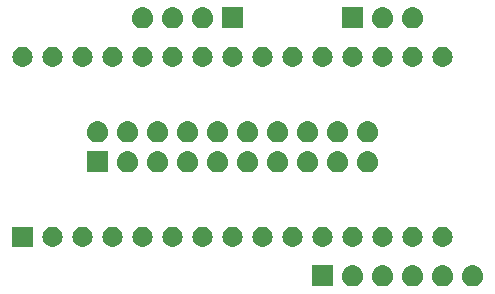
<source format=gbr>
G04 #@! TF.GenerationSoftware,KiCad,Pcbnew,(5.0.2)-1*
G04 #@! TF.CreationDate,2019-02-02T18:03:16-06:00*
G04 #@! TF.ProjectId,CE-Header-Arduino-Nano,43452d48-6561-4646-9572-2d4172647569,1.0*
G04 #@! TF.SameCoordinates,Original*
G04 #@! TF.FileFunction,Soldermask,Bot*
G04 #@! TF.FilePolarity,Negative*
%FSLAX46Y46*%
G04 Gerber Fmt 4.6, Leading zero omitted, Abs format (unit mm)*
G04 Created by KiCad (PCBNEW (5.0.2)-1) date 2/2/2019 6:03:16 PM*
%MOMM*%
%LPD*%
G01*
G04 APERTURE LIST*
%ADD10C,0.100000*%
G04 APERTURE END LIST*
D10*
G36*
X120760442Y-73527518D02*
X120826627Y-73534037D01*
X120939853Y-73568384D01*
X120996467Y-73585557D01*
X121135087Y-73659652D01*
X121152991Y-73669222D01*
X121188729Y-73698552D01*
X121290186Y-73781814D01*
X121373448Y-73883271D01*
X121402778Y-73919009D01*
X121402779Y-73919011D01*
X121486443Y-74075533D01*
X121486443Y-74075534D01*
X121537963Y-74245373D01*
X121555359Y-74422000D01*
X121537963Y-74598627D01*
X121503616Y-74711853D01*
X121486443Y-74768467D01*
X121412348Y-74907087D01*
X121402778Y-74924991D01*
X121373448Y-74960729D01*
X121290186Y-75062186D01*
X121188729Y-75145448D01*
X121152991Y-75174778D01*
X121152989Y-75174779D01*
X120996467Y-75258443D01*
X120939853Y-75275616D01*
X120826627Y-75309963D01*
X120760443Y-75316481D01*
X120694260Y-75323000D01*
X120605740Y-75323000D01*
X120539557Y-75316481D01*
X120473373Y-75309963D01*
X120360147Y-75275616D01*
X120303533Y-75258443D01*
X120147011Y-75174779D01*
X120147009Y-75174778D01*
X120111271Y-75145448D01*
X120009814Y-75062186D01*
X119926552Y-74960729D01*
X119897222Y-74924991D01*
X119887652Y-74907087D01*
X119813557Y-74768467D01*
X119796384Y-74711853D01*
X119762037Y-74598627D01*
X119744641Y-74422000D01*
X119762037Y-74245373D01*
X119813557Y-74075534D01*
X119813557Y-74075533D01*
X119897221Y-73919011D01*
X119897222Y-73919009D01*
X119926552Y-73883271D01*
X120009814Y-73781814D01*
X120111271Y-73698552D01*
X120147009Y-73669222D01*
X120164913Y-73659652D01*
X120303533Y-73585557D01*
X120360147Y-73568384D01*
X120473373Y-73534037D01*
X120539558Y-73527518D01*
X120605740Y-73521000D01*
X120694260Y-73521000D01*
X120760442Y-73527518D01*
X120760442Y-73527518D01*
G37*
G36*
X108851000Y-75323000D02*
X107049000Y-75323000D01*
X107049000Y-73521000D01*
X108851000Y-73521000D01*
X108851000Y-75323000D01*
X108851000Y-75323000D01*
G37*
G36*
X110600442Y-73527518D02*
X110666627Y-73534037D01*
X110779853Y-73568384D01*
X110836467Y-73585557D01*
X110975087Y-73659652D01*
X110992991Y-73669222D01*
X111028729Y-73698552D01*
X111130186Y-73781814D01*
X111213448Y-73883271D01*
X111242778Y-73919009D01*
X111242779Y-73919011D01*
X111326443Y-74075533D01*
X111326443Y-74075534D01*
X111377963Y-74245373D01*
X111395359Y-74422000D01*
X111377963Y-74598627D01*
X111343616Y-74711853D01*
X111326443Y-74768467D01*
X111252348Y-74907087D01*
X111242778Y-74924991D01*
X111213448Y-74960729D01*
X111130186Y-75062186D01*
X111028729Y-75145448D01*
X110992991Y-75174778D01*
X110992989Y-75174779D01*
X110836467Y-75258443D01*
X110779853Y-75275616D01*
X110666627Y-75309963D01*
X110600443Y-75316481D01*
X110534260Y-75323000D01*
X110445740Y-75323000D01*
X110379557Y-75316481D01*
X110313373Y-75309963D01*
X110200147Y-75275616D01*
X110143533Y-75258443D01*
X109987011Y-75174779D01*
X109987009Y-75174778D01*
X109951271Y-75145448D01*
X109849814Y-75062186D01*
X109766552Y-74960729D01*
X109737222Y-74924991D01*
X109727652Y-74907087D01*
X109653557Y-74768467D01*
X109636384Y-74711853D01*
X109602037Y-74598627D01*
X109584641Y-74422000D01*
X109602037Y-74245373D01*
X109653557Y-74075534D01*
X109653557Y-74075533D01*
X109737221Y-73919011D01*
X109737222Y-73919009D01*
X109766552Y-73883271D01*
X109849814Y-73781814D01*
X109951271Y-73698552D01*
X109987009Y-73669222D01*
X110004913Y-73659652D01*
X110143533Y-73585557D01*
X110200147Y-73568384D01*
X110313373Y-73534037D01*
X110379558Y-73527518D01*
X110445740Y-73521000D01*
X110534260Y-73521000D01*
X110600442Y-73527518D01*
X110600442Y-73527518D01*
G37*
G36*
X113140442Y-73527518D02*
X113206627Y-73534037D01*
X113319853Y-73568384D01*
X113376467Y-73585557D01*
X113515087Y-73659652D01*
X113532991Y-73669222D01*
X113568729Y-73698552D01*
X113670186Y-73781814D01*
X113753448Y-73883271D01*
X113782778Y-73919009D01*
X113782779Y-73919011D01*
X113866443Y-74075533D01*
X113866443Y-74075534D01*
X113917963Y-74245373D01*
X113935359Y-74422000D01*
X113917963Y-74598627D01*
X113883616Y-74711853D01*
X113866443Y-74768467D01*
X113792348Y-74907087D01*
X113782778Y-74924991D01*
X113753448Y-74960729D01*
X113670186Y-75062186D01*
X113568729Y-75145448D01*
X113532991Y-75174778D01*
X113532989Y-75174779D01*
X113376467Y-75258443D01*
X113319853Y-75275616D01*
X113206627Y-75309963D01*
X113140443Y-75316481D01*
X113074260Y-75323000D01*
X112985740Y-75323000D01*
X112919557Y-75316481D01*
X112853373Y-75309963D01*
X112740147Y-75275616D01*
X112683533Y-75258443D01*
X112527011Y-75174779D01*
X112527009Y-75174778D01*
X112491271Y-75145448D01*
X112389814Y-75062186D01*
X112306552Y-74960729D01*
X112277222Y-74924991D01*
X112267652Y-74907087D01*
X112193557Y-74768467D01*
X112176384Y-74711853D01*
X112142037Y-74598627D01*
X112124641Y-74422000D01*
X112142037Y-74245373D01*
X112193557Y-74075534D01*
X112193557Y-74075533D01*
X112277221Y-73919011D01*
X112277222Y-73919009D01*
X112306552Y-73883271D01*
X112389814Y-73781814D01*
X112491271Y-73698552D01*
X112527009Y-73669222D01*
X112544913Y-73659652D01*
X112683533Y-73585557D01*
X112740147Y-73568384D01*
X112853373Y-73534037D01*
X112919558Y-73527518D01*
X112985740Y-73521000D01*
X113074260Y-73521000D01*
X113140442Y-73527518D01*
X113140442Y-73527518D01*
G37*
G36*
X115680442Y-73527518D02*
X115746627Y-73534037D01*
X115859853Y-73568384D01*
X115916467Y-73585557D01*
X116055087Y-73659652D01*
X116072991Y-73669222D01*
X116108729Y-73698552D01*
X116210186Y-73781814D01*
X116293448Y-73883271D01*
X116322778Y-73919009D01*
X116322779Y-73919011D01*
X116406443Y-74075533D01*
X116406443Y-74075534D01*
X116457963Y-74245373D01*
X116475359Y-74422000D01*
X116457963Y-74598627D01*
X116423616Y-74711853D01*
X116406443Y-74768467D01*
X116332348Y-74907087D01*
X116322778Y-74924991D01*
X116293448Y-74960729D01*
X116210186Y-75062186D01*
X116108729Y-75145448D01*
X116072991Y-75174778D01*
X116072989Y-75174779D01*
X115916467Y-75258443D01*
X115859853Y-75275616D01*
X115746627Y-75309963D01*
X115680443Y-75316481D01*
X115614260Y-75323000D01*
X115525740Y-75323000D01*
X115459557Y-75316481D01*
X115393373Y-75309963D01*
X115280147Y-75275616D01*
X115223533Y-75258443D01*
X115067011Y-75174779D01*
X115067009Y-75174778D01*
X115031271Y-75145448D01*
X114929814Y-75062186D01*
X114846552Y-74960729D01*
X114817222Y-74924991D01*
X114807652Y-74907087D01*
X114733557Y-74768467D01*
X114716384Y-74711853D01*
X114682037Y-74598627D01*
X114664641Y-74422000D01*
X114682037Y-74245373D01*
X114733557Y-74075534D01*
X114733557Y-74075533D01*
X114817221Y-73919011D01*
X114817222Y-73919009D01*
X114846552Y-73883271D01*
X114929814Y-73781814D01*
X115031271Y-73698552D01*
X115067009Y-73669222D01*
X115084913Y-73659652D01*
X115223533Y-73585557D01*
X115280147Y-73568384D01*
X115393373Y-73534037D01*
X115459558Y-73527518D01*
X115525740Y-73521000D01*
X115614260Y-73521000D01*
X115680442Y-73527518D01*
X115680442Y-73527518D01*
G37*
G36*
X118220442Y-73527518D02*
X118286627Y-73534037D01*
X118399853Y-73568384D01*
X118456467Y-73585557D01*
X118595087Y-73659652D01*
X118612991Y-73669222D01*
X118648729Y-73698552D01*
X118750186Y-73781814D01*
X118833448Y-73883271D01*
X118862778Y-73919009D01*
X118862779Y-73919011D01*
X118946443Y-74075533D01*
X118946443Y-74075534D01*
X118997963Y-74245373D01*
X119015359Y-74422000D01*
X118997963Y-74598627D01*
X118963616Y-74711853D01*
X118946443Y-74768467D01*
X118872348Y-74907087D01*
X118862778Y-74924991D01*
X118833448Y-74960729D01*
X118750186Y-75062186D01*
X118648729Y-75145448D01*
X118612991Y-75174778D01*
X118612989Y-75174779D01*
X118456467Y-75258443D01*
X118399853Y-75275616D01*
X118286627Y-75309963D01*
X118220443Y-75316481D01*
X118154260Y-75323000D01*
X118065740Y-75323000D01*
X117999557Y-75316481D01*
X117933373Y-75309963D01*
X117820147Y-75275616D01*
X117763533Y-75258443D01*
X117607011Y-75174779D01*
X117607009Y-75174778D01*
X117571271Y-75145448D01*
X117469814Y-75062186D01*
X117386552Y-74960729D01*
X117357222Y-74924991D01*
X117347652Y-74907087D01*
X117273557Y-74768467D01*
X117256384Y-74711853D01*
X117222037Y-74598627D01*
X117204641Y-74422000D01*
X117222037Y-74245373D01*
X117273557Y-74075534D01*
X117273557Y-74075533D01*
X117357221Y-73919011D01*
X117357222Y-73919009D01*
X117386552Y-73883271D01*
X117469814Y-73781814D01*
X117571271Y-73698552D01*
X117607009Y-73669222D01*
X117624913Y-73659652D01*
X117763533Y-73585557D01*
X117820147Y-73568384D01*
X117933373Y-73534037D01*
X117999558Y-73527518D01*
X118065740Y-73521000D01*
X118154260Y-73521000D01*
X118220442Y-73527518D01*
X118220442Y-73527518D01*
G37*
G36*
X113196821Y-70281313D02*
X113196824Y-70281314D01*
X113196825Y-70281314D01*
X113357239Y-70329975D01*
X113357241Y-70329976D01*
X113357244Y-70329977D01*
X113505078Y-70408995D01*
X113634659Y-70515341D01*
X113741005Y-70644922D01*
X113820023Y-70792756D01*
X113868687Y-70953179D01*
X113885117Y-71120000D01*
X113868687Y-71286821D01*
X113820023Y-71447244D01*
X113741005Y-71595078D01*
X113634659Y-71724659D01*
X113505078Y-71831005D01*
X113357244Y-71910023D01*
X113357241Y-71910024D01*
X113357239Y-71910025D01*
X113196825Y-71958686D01*
X113196824Y-71958686D01*
X113196821Y-71958687D01*
X113071804Y-71971000D01*
X112988196Y-71971000D01*
X112863179Y-71958687D01*
X112863176Y-71958686D01*
X112863175Y-71958686D01*
X112702761Y-71910025D01*
X112702759Y-71910024D01*
X112702756Y-71910023D01*
X112554922Y-71831005D01*
X112425341Y-71724659D01*
X112318995Y-71595078D01*
X112239977Y-71447244D01*
X112191313Y-71286821D01*
X112174883Y-71120000D01*
X112191313Y-70953179D01*
X112239977Y-70792756D01*
X112318995Y-70644922D01*
X112425341Y-70515341D01*
X112554922Y-70408995D01*
X112702756Y-70329977D01*
X112702759Y-70329976D01*
X112702761Y-70329975D01*
X112863175Y-70281314D01*
X112863176Y-70281314D01*
X112863179Y-70281313D01*
X112988196Y-70269000D01*
X113071804Y-70269000D01*
X113196821Y-70281313D01*
X113196821Y-70281313D01*
G37*
G36*
X118276821Y-70281313D02*
X118276824Y-70281314D01*
X118276825Y-70281314D01*
X118437239Y-70329975D01*
X118437241Y-70329976D01*
X118437244Y-70329977D01*
X118585078Y-70408995D01*
X118714659Y-70515341D01*
X118821005Y-70644922D01*
X118900023Y-70792756D01*
X118948687Y-70953179D01*
X118965117Y-71120000D01*
X118948687Y-71286821D01*
X118900023Y-71447244D01*
X118821005Y-71595078D01*
X118714659Y-71724659D01*
X118585078Y-71831005D01*
X118437244Y-71910023D01*
X118437241Y-71910024D01*
X118437239Y-71910025D01*
X118276825Y-71958686D01*
X118276824Y-71958686D01*
X118276821Y-71958687D01*
X118151804Y-71971000D01*
X118068196Y-71971000D01*
X117943179Y-71958687D01*
X117943176Y-71958686D01*
X117943175Y-71958686D01*
X117782761Y-71910025D01*
X117782759Y-71910024D01*
X117782756Y-71910023D01*
X117634922Y-71831005D01*
X117505341Y-71724659D01*
X117398995Y-71595078D01*
X117319977Y-71447244D01*
X117271313Y-71286821D01*
X117254883Y-71120000D01*
X117271313Y-70953179D01*
X117319977Y-70792756D01*
X117398995Y-70644922D01*
X117505341Y-70515341D01*
X117634922Y-70408995D01*
X117782756Y-70329977D01*
X117782759Y-70329976D01*
X117782761Y-70329975D01*
X117943175Y-70281314D01*
X117943176Y-70281314D01*
X117943179Y-70281313D01*
X118068196Y-70269000D01*
X118151804Y-70269000D01*
X118276821Y-70281313D01*
X118276821Y-70281313D01*
G37*
G36*
X115736821Y-70281313D02*
X115736824Y-70281314D01*
X115736825Y-70281314D01*
X115897239Y-70329975D01*
X115897241Y-70329976D01*
X115897244Y-70329977D01*
X116045078Y-70408995D01*
X116174659Y-70515341D01*
X116281005Y-70644922D01*
X116360023Y-70792756D01*
X116408687Y-70953179D01*
X116425117Y-71120000D01*
X116408687Y-71286821D01*
X116360023Y-71447244D01*
X116281005Y-71595078D01*
X116174659Y-71724659D01*
X116045078Y-71831005D01*
X115897244Y-71910023D01*
X115897241Y-71910024D01*
X115897239Y-71910025D01*
X115736825Y-71958686D01*
X115736824Y-71958686D01*
X115736821Y-71958687D01*
X115611804Y-71971000D01*
X115528196Y-71971000D01*
X115403179Y-71958687D01*
X115403176Y-71958686D01*
X115403175Y-71958686D01*
X115242761Y-71910025D01*
X115242759Y-71910024D01*
X115242756Y-71910023D01*
X115094922Y-71831005D01*
X114965341Y-71724659D01*
X114858995Y-71595078D01*
X114779977Y-71447244D01*
X114731313Y-71286821D01*
X114714883Y-71120000D01*
X114731313Y-70953179D01*
X114779977Y-70792756D01*
X114858995Y-70644922D01*
X114965341Y-70515341D01*
X115094922Y-70408995D01*
X115242756Y-70329977D01*
X115242759Y-70329976D01*
X115242761Y-70329975D01*
X115403175Y-70281314D01*
X115403176Y-70281314D01*
X115403179Y-70281313D01*
X115528196Y-70269000D01*
X115611804Y-70269000D01*
X115736821Y-70281313D01*
X115736821Y-70281313D01*
G37*
G36*
X110656821Y-70281313D02*
X110656824Y-70281314D01*
X110656825Y-70281314D01*
X110817239Y-70329975D01*
X110817241Y-70329976D01*
X110817244Y-70329977D01*
X110965078Y-70408995D01*
X111094659Y-70515341D01*
X111201005Y-70644922D01*
X111280023Y-70792756D01*
X111328687Y-70953179D01*
X111345117Y-71120000D01*
X111328687Y-71286821D01*
X111280023Y-71447244D01*
X111201005Y-71595078D01*
X111094659Y-71724659D01*
X110965078Y-71831005D01*
X110817244Y-71910023D01*
X110817241Y-71910024D01*
X110817239Y-71910025D01*
X110656825Y-71958686D01*
X110656824Y-71958686D01*
X110656821Y-71958687D01*
X110531804Y-71971000D01*
X110448196Y-71971000D01*
X110323179Y-71958687D01*
X110323176Y-71958686D01*
X110323175Y-71958686D01*
X110162761Y-71910025D01*
X110162759Y-71910024D01*
X110162756Y-71910023D01*
X110014922Y-71831005D01*
X109885341Y-71724659D01*
X109778995Y-71595078D01*
X109699977Y-71447244D01*
X109651313Y-71286821D01*
X109634883Y-71120000D01*
X109651313Y-70953179D01*
X109699977Y-70792756D01*
X109778995Y-70644922D01*
X109885341Y-70515341D01*
X110014922Y-70408995D01*
X110162756Y-70329977D01*
X110162759Y-70329976D01*
X110162761Y-70329975D01*
X110323175Y-70281314D01*
X110323176Y-70281314D01*
X110323179Y-70281313D01*
X110448196Y-70269000D01*
X110531804Y-70269000D01*
X110656821Y-70281313D01*
X110656821Y-70281313D01*
G37*
G36*
X108116821Y-70281313D02*
X108116824Y-70281314D01*
X108116825Y-70281314D01*
X108277239Y-70329975D01*
X108277241Y-70329976D01*
X108277244Y-70329977D01*
X108425078Y-70408995D01*
X108554659Y-70515341D01*
X108661005Y-70644922D01*
X108740023Y-70792756D01*
X108788687Y-70953179D01*
X108805117Y-71120000D01*
X108788687Y-71286821D01*
X108740023Y-71447244D01*
X108661005Y-71595078D01*
X108554659Y-71724659D01*
X108425078Y-71831005D01*
X108277244Y-71910023D01*
X108277241Y-71910024D01*
X108277239Y-71910025D01*
X108116825Y-71958686D01*
X108116824Y-71958686D01*
X108116821Y-71958687D01*
X107991804Y-71971000D01*
X107908196Y-71971000D01*
X107783179Y-71958687D01*
X107783176Y-71958686D01*
X107783175Y-71958686D01*
X107622761Y-71910025D01*
X107622759Y-71910024D01*
X107622756Y-71910023D01*
X107474922Y-71831005D01*
X107345341Y-71724659D01*
X107238995Y-71595078D01*
X107159977Y-71447244D01*
X107111313Y-71286821D01*
X107094883Y-71120000D01*
X107111313Y-70953179D01*
X107159977Y-70792756D01*
X107238995Y-70644922D01*
X107345341Y-70515341D01*
X107474922Y-70408995D01*
X107622756Y-70329977D01*
X107622759Y-70329976D01*
X107622761Y-70329975D01*
X107783175Y-70281314D01*
X107783176Y-70281314D01*
X107783179Y-70281313D01*
X107908196Y-70269000D01*
X107991804Y-70269000D01*
X108116821Y-70281313D01*
X108116821Y-70281313D01*
G37*
G36*
X105576821Y-70281313D02*
X105576824Y-70281314D01*
X105576825Y-70281314D01*
X105737239Y-70329975D01*
X105737241Y-70329976D01*
X105737244Y-70329977D01*
X105885078Y-70408995D01*
X106014659Y-70515341D01*
X106121005Y-70644922D01*
X106200023Y-70792756D01*
X106248687Y-70953179D01*
X106265117Y-71120000D01*
X106248687Y-71286821D01*
X106200023Y-71447244D01*
X106121005Y-71595078D01*
X106014659Y-71724659D01*
X105885078Y-71831005D01*
X105737244Y-71910023D01*
X105737241Y-71910024D01*
X105737239Y-71910025D01*
X105576825Y-71958686D01*
X105576824Y-71958686D01*
X105576821Y-71958687D01*
X105451804Y-71971000D01*
X105368196Y-71971000D01*
X105243179Y-71958687D01*
X105243176Y-71958686D01*
X105243175Y-71958686D01*
X105082761Y-71910025D01*
X105082759Y-71910024D01*
X105082756Y-71910023D01*
X104934922Y-71831005D01*
X104805341Y-71724659D01*
X104698995Y-71595078D01*
X104619977Y-71447244D01*
X104571313Y-71286821D01*
X104554883Y-71120000D01*
X104571313Y-70953179D01*
X104619977Y-70792756D01*
X104698995Y-70644922D01*
X104805341Y-70515341D01*
X104934922Y-70408995D01*
X105082756Y-70329977D01*
X105082759Y-70329976D01*
X105082761Y-70329975D01*
X105243175Y-70281314D01*
X105243176Y-70281314D01*
X105243179Y-70281313D01*
X105368196Y-70269000D01*
X105451804Y-70269000D01*
X105576821Y-70281313D01*
X105576821Y-70281313D01*
G37*
G36*
X103036821Y-70281313D02*
X103036824Y-70281314D01*
X103036825Y-70281314D01*
X103197239Y-70329975D01*
X103197241Y-70329976D01*
X103197244Y-70329977D01*
X103345078Y-70408995D01*
X103474659Y-70515341D01*
X103581005Y-70644922D01*
X103660023Y-70792756D01*
X103708687Y-70953179D01*
X103725117Y-71120000D01*
X103708687Y-71286821D01*
X103660023Y-71447244D01*
X103581005Y-71595078D01*
X103474659Y-71724659D01*
X103345078Y-71831005D01*
X103197244Y-71910023D01*
X103197241Y-71910024D01*
X103197239Y-71910025D01*
X103036825Y-71958686D01*
X103036824Y-71958686D01*
X103036821Y-71958687D01*
X102911804Y-71971000D01*
X102828196Y-71971000D01*
X102703179Y-71958687D01*
X102703176Y-71958686D01*
X102703175Y-71958686D01*
X102542761Y-71910025D01*
X102542759Y-71910024D01*
X102542756Y-71910023D01*
X102394922Y-71831005D01*
X102265341Y-71724659D01*
X102158995Y-71595078D01*
X102079977Y-71447244D01*
X102031313Y-71286821D01*
X102014883Y-71120000D01*
X102031313Y-70953179D01*
X102079977Y-70792756D01*
X102158995Y-70644922D01*
X102265341Y-70515341D01*
X102394922Y-70408995D01*
X102542756Y-70329977D01*
X102542759Y-70329976D01*
X102542761Y-70329975D01*
X102703175Y-70281314D01*
X102703176Y-70281314D01*
X102703179Y-70281313D01*
X102828196Y-70269000D01*
X102911804Y-70269000D01*
X103036821Y-70281313D01*
X103036821Y-70281313D01*
G37*
G36*
X97956821Y-70281313D02*
X97956824Y-70281314D01*
X97956825Y-70281314D01*
X98117239Y-70329975D01*
X98117241Y-70329976D01*
X98117244Y-70329977D01*
X98265078Y-70408995D01*
X98394659Y-70515341D01*
X98501005Y-70644922D01*
X98580023Y-70792756D01*
X98628687Y-70953179D01*
X98645117Y-71120000D01*
X98628687Y-71286821D01*
X98580023Y-71447244D01*
X98501005Y-71595078D01*
X98394659Y-71724659D01*
X98265078Y-71831005D01*
X98117244Y-71910023D01*
X98117241Y-71910024D01*
X98117239Y-71910025D01*
X97956825Y-71958686D01*
X97956824Y-71958686D01*
X97956821Y-71958687D01*
X97831804Y-71971000D01*
X97748196Y-71971000D01*
X97623179Y-71958687D01*
X97623176Y-71958686D01*
X97623175Y-71958686D01*
X97462761Y-71910025D01*
X97462759Y-71910024D01*
X97462756Y-71910023D01*
X97314922Y-71831005D01*
X97185341Y-71724659D01*
X97078995Y-71595078D01*
X96999977Y-71447244D01*
X96951313Y-71286821D01*
X96934883Y-71120000D01*
X96951313Y-70953179D01*
X96999977Y-70792756D01*
X97078995Y-70644922D01*
X97185341Y-70515341D01*
X97314922Y-70408995D01*
X97462756Y-70329977D01*
X97462759Y-70329976D01*
X97462761Y-70329975D01*
X97623175Y-70281314D01*
X97623176Y-70281314D01*
X97623179Y-70281313D01*
X97748196Y-70269000D01*
X97831804Y-70269000D01*
X97956821Y-70281313D01*
X97956821Y-70281313D01*
G37*
G36*
X95416821Y-70281313D02*
X95416824Y-70281314D01*
X95416825Y-70281314D01*
X95577239Y-70329975D01*
X95577241Y-70329976D01*
X95577244Y-70329977D01*
X95725078Y-70408995D01*
X95854659Y-70515341D01*
X95961005Y-70644922D01*
X96040023Y-70792756D01*
X96088687Y-70953179D01*
X96105117Y-71120000D01*
X96088687Y-71286821D01*
X96040023Y-71447244D01*
X95961005Y-71595078D01*
X95854659Y-71724659D01*
X95725078Y-71831005D01*
X95577244Y-71910023D01*
X95577241Y-71910024D01*
X95577239Y-71910025D01*
X95416825Y-71958686D01*
X95416824Y-71958686D01*
X95416821Y-71958687D01*
X95291804Y-71971000D01*
X95208196Y-71971000D01*
X95083179Y-71958687D01*
X95083176Y-71958686D01*
X95083175Y-71958686D01*
X94922761Y-71910025D01*
X94922759Y-71910024D01*
X94922756Y-71910023D01*
X94774922Y-71831005D01*
X94645341Y-71724659D01*
X94538995Y-71595078D01*
X94459977Y-71447244D01*
X94411313Y-71286821D01*
X94394883Y-71120000D01*
X94411313Y-70953179D01*
X94459977Y-70792756D01*
X94538995Y-70644922D01*
X94645341Y-70515341D01*
X94774922Y-70408995D01*
X94922756Y-70329977D01*
X94922759Y-70329976D01*
X94922761Y-70329975D01*
X95083175Y-70281314D01*
X95083176Y-70281314D01*
X95083179Y-70281313D01*
X95208196Y-70269000D01*
X95291804Y-70269000D01*
X95416821Y-70281313D01*
X95416821Y-70281313D01*
G37*
G36*
X92876821Y-70281313D02*
X92876824Y-70281314D01*
X92876825Y-70281314D01*
X93037239Y-70329975D01*
X93037241Y-70329976D01*
X93037244Y-70329977D01*
X93185078Y-70408995D01*
X93314659Y-70515341D01*
X93421005Y-70644922D01*
X93500023Y-70792756D01*
X93548687Y-70953179D01*
X93565117Y-71120000D01*
X93548687Y-71286821D01*
X93500023Y-71447244D01*
X93421005Y-71595078D01*
X93314659Y-71724659D01*
X93185078Y-71831005D01*
X93037244Y-71910023D01*
X93037241Y-71910024D01*
X93037239Y-71910025D01*
X92876825Y-71958686D01*
X92876824Y-71958686D01*
X92876821Y-71958687D01*
X92751804Y-71971000D01*
X92668196Y-71971000D01*
X92543179Y-71958687D01*
X92543176Y-71958686D01*
X92543175Y-71958686D01*
X92382761Y-71910025D01*
X92382759Y-71910024D01*
X92382756Y-71910023D01*
X92234922Y-71831005D01*
X92105341Y-71724659D01*
X91998995Y-71595078D01*
X91919977Y-71447244D01*
X91871313Y-71286821D01*
X91854883Y-71120000D01*
X91871313Y-70953179D01*
X91919977Y-70792756D01*
X91998995Y-70644922D01*
X92105341Y-70515341D01*
X92234922Y-70408995D01*
X92382756Y-70329977D01*
X92382759Y-70329976D01*
X92382761Y-70329975D01*
X92543175Y-70281314D01*
X92543176Y-70281314D01*
X92543179Y-70281313D01*
X92668196Y-70269000D01*
X92751804Y-70269000D01*
X92876821Y-70281313D01*
X92876821Y-70281313D01*
G37*
G36*
X90336821Y-70281313D02*
X90336824Y-70281314D01*
X90336825Y-70281314D01*
X90497239Y-70329975D01*
X90497241Y-70329976D01*
X90497244Y-70329977D01*
X90645078Y-70408995D01*
X90774659Y-70515341D01*
X90881005Y-70644922D01*
X90960023Y-70792756D01*
X91008687Y-70953179D01*
X91025117Y-71120000D01*
X91008687Y-71286821D01*
X90960023Y-71447244D01*
X90881005Y-71595078D01*
X90774659Y-71724659D01*
X90645078Y-71831005D01*
X90497244Y-71910023D01*
X90497241Y-71910024D01*
X90497239Y-71910025D01*
X90336825Y-71958686D01*
X90336824Y-71958686D01*
X90336821Y-71958687D01*
X90211804Y-71971000D01*
X90128196Y-71971000D01*
X90003179Y-71958687D01*
X90003176Y-71958686D01*
X90003175Y-71958686D01*
X89842761Y-71910025D01*
X89842759Y-71910024D01*
X89842756Y-71910023D01*
X89694922Y-71831005D01*
X89565341Y-71724659D01*
X89458995Y-71595078D01*
X89379977Y-71447244D01*
X89331313Y-71286821D01*
X89314883Y-71120000D01*
X89331313Y-70953179D01*
X89379977Y-70792756D01*
X89458995Y-70644922D01*
X89565341Y-70515341D01*
X89694922Y-70408995D01*
X89842756Y-70329977D01*
X89842759Y-70329976D01*
X89842761Y-70329975D01*
X90003175Y-70281314D01*
X90003176Y-70281314D01*
X90003179Y-70281313D01*
X90128196Y-70269000D01*
X90211804Y-70269000D01*
X90336821Y-70281313D01*
X90336821Y-70281313D01*
G37*
G36*
X83401000Y-71971000D02*
X81699000Y-71971000D01*
X81699000Y-70269000D01*
X83401000Y-70269000D01*
X83401000Y-71971000D01*
X83401000Y-71971000D01*
G37*
G36*
X87796821Y-70281313D02*
X87796824Y-70281314D01*
X87796825Y-70281314D01*
X87957239Y-70329975D01*
X87957241Y-70329976D01*
X87957244Y-70329977D01*
X88105078Y-70408995D01*
X88234659Y-70515341D01*
X88341005Y-70644922D01*
X88420023Y-70792756D01*
X88468687Y-70953179D01*
X88485117Y-71120000D01*
X88468687Y-71286821D01*
X88420023Y-71447244D01*
X88341005Y-71595078D01*
X88234659Y-71724659D01*
X88105078Y-71831005D01*
X87957244Y-71910023D01*
X87957241Y-71910024D01*
X87957239Y-71910025D01*
X87796825Y-71958686D01*
X87796824Y-71958686D01*
X87796821Y-71958687D01*
X87671804Y-71971000D01*
X87588196Y-71971000D01*
X87463179Y-71958687D01*
X87463176Y-71958686D01*
X87463175Y-71958686D01*
X87302761Y-71910025D01*
X87302759Y-71910024D01*
X87302756Y-71910023D01*
X87154922Y-71831005D01*
X87025341Y-71724659D01*
X86918995Y-71595078D01*
X86839977Y-71447244D01*
X86791313Y-71286821D01*
X86774883Y-71120000D01*
X86791313Y-70953179D01*
X86839977Y-70792756D01*
X86918995Y-70644922D01*
X87025341Y-70515341D01*
X87154922Y-70408995D01*
X87302756Y-70329977D01*
X87302759Y-70329976D01*
X87302761Y-70329975D01*
X87463175Y-70281314D01*
X87463176Y-70281314D01*
X87463179Y-70281313D01*
X87588196Y-70269000D01*
X87671804Y-70269000D01*
X87796821Y-70281313D01*
X87796821Y-70281313D01*
G37*
G36*
X85256821Y-70281313D02*
X85256824Y-70281314D01*
X85256825Y-70281314D01*
X85417239Y-70329975D01*
X85417241Y-70329976D01*
X85417244Y-70329977D01*
X85565078Y-70408995D01*
X85694659Y-70515341D01*
X85801005Y-70644922D01*
X85880023Y-70792756D01*
X85928687Y-70953179D01*
X85945117Y-71120000D01*
X85928687Y-71286821D01*
X85880023Y-71447244D01*
X85801005Y-71595078D01*
X85694659Y-71724659D01*
X85565078Y-71831005D01*
X85417244Y-71910023D01*
X85417241Y-71910024D01*
X85417239Y-71910025D01*
X85256825Y-71958686D01*
X85256824Y-71958686D01*
X85256821Y-71958687D01*
X85131804Y-71971000D01*
X85048196Y-71971000D01*
X84923179Y-71958687D01*
X84923176Y-71958686D01*
X84923175Y-71958686D01*
X84762761Y-71910025D01*
X84762759Y-71910024D01*
X84762756Y-71910023D01*
X84614922Y-71831005D01*
X84485341Y-71724659D01*
X84378995Y-71595078D01*
X84299977Y-71447244D01*
X84251313Y-71286821D01*
X84234883Y-71120000D01*
X84251313Y-70953179D01*
X84299977Y-70792756D01*
X84378995Y-70644922D01*
X84485341Y-70515341D01*
X84614922Y-70408995D01*
X84762756Y-70329977D01*
X84762759Y-70329976D01*
X84762761Y-70329975D01*
X84923175Y-70281314D01*
X84923176Y-70281314D01*
X84923179Y-70281313D01*
X85048196Y-70269000D01*
X85131804Y-70269000D01*
X85256821Y-70281313D01*
X85256821Y-70281313D01*
G37*
G36*
X100496821Y-70281313D02*
X100496824Y-70281314D01*
X100496825Y-70281314D01*
X100657239Y-70329975D01*
X100657241Y-70329976D01*
X100657244Y-70329977D01*
X100805078Y-70408995D01*
X100934659Y-70515341D01*
X101041005Y-70644922D01*
X101120023Y-70792756D01*
X101168687Y-70953179D01*
X101185117Y-71120000D01*
X101168687Y-71286821D01*
X101120023Y-71447244D01*
X101041005Y-71595078D01*
X100934659Y-71724659D01*
X100805078Y-71831005D01*
X100657244Y-71910023D01*
X100657241Y-71910024D01*
X100657239Y-71910025D01*
X100496825Y-71958686D01*
X100496824Y-71958686D01*
X100496821Y-71958687D01*
X100371804Y-71971000D01*
X100288196Y-71971000D01*
X100163179Y-71958687D01*
X100163176Y-71958686D01*
X100163175Y-71958686D01*
X100002761Y-71910025D01*
X100002759Y-71910024D01*
X100002756Y-71910023D01*
X99854922Y-71831005D01*
X99725341Y-71724659D01*
X99618995Y-71595078D01*
X99539977Y-71447244D01*
X99491313Y-71286821D01*
X99474883Y-71120000D01*
X99491313Y-70953179D01*
X99539977Y-70792756D01*
X99618995Y-70644922D01*
X99725341Y-70515341D01*
X99854922Y-70408995D01*
X100002756Y-70329977D01*
X100002759Y-70329976D01*
X100002761Y-70329975D01*
X100163175Y-70281314D01*
X100163176Y-70281314D01*
X100163179Y-70281313D01*
X100288196Y-70269000D01*
X100371804Y-70269000D01*
X100496821Y-70281313D01*
X100496821Y-70281313D01*
G37*
G36*
X96630442Y-63875518D02*
X96696627Y-63882037D01*
X96809853Y-63916384D01*
X96866467Y-63933557D01*
X97005087Y-64007652D01*
X97022991Y-64017222D01*
X97058729Y-64046552D01*
X97160186Y-64129814D01*
X97243448Y-64231271D01*
X97272778Y-64267009D01*
X97272779Y-64267011D01*
X97356443Y-64423533D01*
X97356443Y-64423534D01*
X97407963Y-64593373D01*
X97425359Y-64770000D01*
X97407963Y-64946627D01*
X97373616Y-65059853D01*
X97356443Y-65116467D01*
X97282348Y-65255087D01*
X97272778Y-65272991D01*
X97243448Y-65308729D01*
X97160186Y-65410186D01*
X97058729Y-65493448D01*
X97022991Y-65522778D01*
X97022989Y-65522779D01*
X96866467Y-65606443D01*
X96809853Y-65623616D01*
X96696627Y-65657963D01*
X96630442Y-65664482D01*
X96564260Y-65671000D01*
X96475740Y-65671000D01*
X96409558Y-65664482D01*
X96343373Y-65657963D01*
X96230147Y-65623616D01*
X96173533Y-65606443D01*
X96017011Y-65522779D01*
X96017009Y-65522778D01*
X95981271Y-65493448D01*
X95879814Y-65410186D01*
X95796552Y-65308729D01*
X95767222Y-65272991D01*
X95757652Y-65255087D01*
X95683557Y-65116467D01*
X95666384Y-65059853D01*
X95632037Y-64946627D01*
X95614641Y-64770000D01*
X95632037Y-64593373D01*
X95683557Y-64423534D01*
X95683557Y-64423533D01*
X95767221Y-64267011D01*
X95767222Y-64267009D01*
X95796552Y-64231271D01*
X95879814Y-64129814D01*
X95981271Y-64046552D01*
X96017009Y-64017222D01*
X96034913Y-64007652D01*
X96173533Y-63933557D01*
X96230147Y-63916384D01*
X96343373Y-63882037D01*
X96409558Y-63875518D01*
X96475740Y-63869000D01*
X96564260Y-63869000D01*
X96630442Y-63875518D01*
X96630442Y-63875518D01*
G37*
G36*
X94090442Y-63875518D02*
X94156627Y-63882037D01*
X94269853Y-63916384D01*
X94326467Y-63933557D01*
X94465087Y-64007652D01*
X94482991Y-64017222D01*
X94518729Y-64046552D01*
X94620186Y-64129814D01*
X94703448Y-64231271D01*
X94732778Y-64267009D01*
X94732779Y-64267011D01*
X94816443Y-64423533D01*
X94816443Y-64423534D01*
X94867963Y-64593373D01*
X94885359Y-64770000D01*
X94867963Y-64946627D01*
X94833616Y-65059853D01*
X94816443Y-65116467D01*
X94742348Y-65255087D01*
X94732778Y-65272991D01*
X94703448Y-65308729D01*
X94620186Y-65410186D01*
X94518729Y-65493448D01*
X94482991Y-65522778D01*
X94482989Y-65522779D01*
X94326467Y-65606443D01*
X94269853Y-65623616D01*
X94156627Y-65657963D01*
X94090442Y-65664482D01*
X94024260Y-65671000D01*
X93935740Y-65671000D01*
X93869558Y-65664482D01*
X93803373Y-65657963D01*
X93690147Y-65623616D01*
X93633533Y-65606443D01*
X93477011Y-65522779D01*
X93477009Y-65522778D01*
X93441271Y-65493448D01*
X93339814Y-65410186D01*
X93256552Y-65308729D01*
X93227222Y-65272991D01*
X93217652Y-65255087D01*
X93143557Y-65116467D01*
X93126384Y-65059853D01*
X93092037Y-64946627D01*
X93074641Y-64770000D01*
X93092037Y-64593373D01*
X93143557Y-64423534D01*
X93143557Y-64423533D01*
X93227221Y-64267011D01*
X93227222Y-64267009D01*
X93256552Y-64231271D01*
X93339814Y-64129814D01*
X93441271Y-64046552D01*
X93477009Y-64017222D01*
X93494913Y-64007652D01*
X93633533Y-63933557D01*
X93690147Y-63916384D01*
X93803373Y-63882037D01*
X93869558Y-63875518D01*
X93935740Y-63869000D01*
X94024260Y-63869000D01*
X94090442Y-63875518D01*
X94090442Y-63875518D01*
G37*
G36*
X99170442Y-63875518D02*
X99236627Y-63882037D01*
X99349853Y-63916384D01*
X99406467Y-63933557D01*
X99545087Y-64007652D01*
X99562991Y-64017222D01*
X99598729Y-64046552D01*
X99700186Y-64129814D01*
X99783448Y-64231271D01*
X99812778Y-64267009D01*
X99812779Y-64267011D01*
X99896443Y-64423533D01*
X99896443Y-64423534D01*
X99947963Y-64593373D01*
X99965359Y-64770000D01*
X99947963Y-64946627D01*
X99913616Y-65059853D01*
X99896443Y-65116467D01*
X99822348Y-65255087D01*
X99812778Y-65272991D01*
X99783448Y-65308729D01*
X99700186Y-65410186D01*
X99598729Y-65493448D01*
X99562991Y-65522778D01*
X99562989Y-65522779D01*
X99406467Y-65606443D01*
X99349853Y-65623616D01*
X99236627Y-65657963D01*
X99170442Y-65664482D01*
X99104260Y-65671000D01*
X99015740Y-65671000D01*
X98949558Y-65664482D01*
X98883373Y-65657963D01*
X98770147Y-65623616D01*
X98713533Y-65606443D01*
X98557011Y-65522779D01*
X98557009Y-65522778D01*
X98521271Y-65493448D01*
X98419814Y-65410186D01*
X98336552Y-65308729D01*
X98307222Y-65272991D01*
X98297652Y-65255087D01*
X98223557Y-65116467D01*
X98206384Y-65059853D01*
X98172037Y-64946627D01*
X98154641Y-64770000D01*
X98172037Y-64593373D01*
X98223557Y-64423534D01*
X98223557Y-64423533D01*
X98307221Y-64267011D01*
X98307222Y-64267009D01*
X98336552Y-64231271D01*
X98419814Y-64129814D01*
X98521271Y-64046552D01*
X98557009Y-64017222D01*
X98574913Y-64007652D01*
X98713533Y-63933557D01*
X98770147Y-63916384D01*
X98883373Y-63882037D01*
X98949558Y-63875518D01*
X99015740Y-63869000D01*
X99104260Y-63869000D01*
X99170442Y-63875518D01*
X99170442Y-63875518D01*
G37*
G36*
X91550442Y-63875518D02*
X91616627Y-63882037D01*
X91729853Y-63916384D01*
X91786467Y-63933557D01*
X91925087Y-64007652D01*
X91942991Y-64017222D01*
X91978729Y-64046552D01*
X92080186Y-64129814D01*
X92163448Y-64231271D01*
X92192778Y-64267009D01*
X92192779Y-64267011D01*
X92276443Y-64423533D01*
X92276443Y-64423534D01*
X92327963Y-64593373D01*
X92345359Y-64770000D01*
X92327963Y-64946627D01*
X92293616Y-65059853D01*
X92276443Y-65116467D01*
X92202348Y-65255087D01*
X92192778Y-65272991D01*
X92163448Y-65308729D01*
X92080186Y-65410186D01*
X91978729Y-65493448D01*
X91942991Y-65522778D01*
X91942989Y-65522779D01*
X91786467Y-65606443D01*
X91729853Y-65623616D01*
X91616627Y-65657963D01*
X91550442Y-65664482D01*
X91484260Y-65671000D01*
X91395740Y-65671000D01*
X91329558Y-65664482D01*
X91263373Y-65657963D01*
X91150147Y-65623616D01*
X91093533Y-65606443D01*
X90937011Y-65522779D01*
X90937009Y-65522778D01*
X90901271Y-65493448D01*
X90799814Y-65410186D01*
X90716552Y-65308729D01*
X90687222Y-65272991D01*
X90677652Y-65255087D01*
X90603557Y-65116467D01*
X90586384Y-65059853D01*
X90552037Y-64946627D01*
X90534641Y-64770000D01*
X90552037Y-64593373D01*
X90603557Y-64423534D01*
X90603557Y-64423533D01*
X90687221Y-64267011D01*
X90687222Y-64267009D01*
X90716552Y-64231271D01*
X90799814Y-64129814D01*
X90901271Y-64046552D01*
X90937009Y-64017222D01*
X90954913Y-64007652D01*
X91093533Y-63933557D01*
X91150147Y-63916384D01*
X91263373Y-63882037D01*
X91329558Y-63875518D01*
X91395740Y-63869000D01*
X91484260Y-63869000D01*
X91550442Y-63875518D01*
X91550442Y-63875518D01*
G37*
G36*
X104250442Y-63875518D02*
X104316627Y-63882037D01*
X104429853Y-63916384D01*
X104486467Y-63933557D01*
X104625087Y-64007652D01*
X104642991Y-64017222D01*
X104678729Y-64046552D01*
X104780186Y-64129814D01*
X104863448Y-64231271D01*
X104892778Y-64267009D01*
X104892779Y-64267011D01*
X104976443Y-64423533D01*
X104976443Y-64423534D01*
X105027963Y-64593373D01*
X105045359Y-64770000D01*
X105027963Y-64946627D01*
X104993616Y-65059853D01*
X104976443Y-65116467D01*
X104902348Y-65255087D01*
X104892778Y-65272991D01*
X104863448Y-65308729D01*
X104780186Y-65410186D01*
X104678729Y-65493448D01*
X104642991Y-65522778D01*
X104642989Y-65522779D01*
X104486467Y-65606443D01*
X104429853Y-65623616D01*
X104316627Y-65657963D01*
X104250442Y-65664482D01*
X104184260Y-65671000D01*
X104095740Y-65671000D01*
X104029558Y-65664482D01*
X103963373Y-65657963D01*
X103850147Y-65623616D01*
X103793533Y-65606443D01*
X103637011Y-65522779D01*
X103637009Y-65522778D01*
X103601271Y-65493448D01*
X103499814Y-65410186D01*
X103416552Y-65308729D01*
X103387222Y-65272991D01*
X103377652Y-65255087D01*
X103303557Y-65116467D01*
X103286384Y-65059853D01*
X103252037Y-64946627D01*
X103234641Y-64770000D01*
X103252037Y-64593373D01*
X103303557Y-64423534D01*
X103303557Y-64423533D01*
X103387221Y-64267011D01*
X103387222Y-64267009D01*
X103416552Y-64231271D01*
X103499814Y-64129814D01*
X103601271Y-64046552D01*
X103637009Y-64017222D01*
X103654913Y-64007652D01*
X103793533Y-63933557D01*
X103850147Y-63916384D01*
X103963373Y-63882037D01*
X104029558Y-63875518D01*
X104095740Y-63869000D01*
X104184260Y-63869000D01*
X104250442Y-63875518D01*
X104250442Y-63875518D01*
G37*
G36*
X106790442Y-63875518D02*
X106856627Y-63882037D01*
X106969853Y-63916384D01*
X107026467Y-63933557D01*
X107165087Y-64007652D01*
X107182991Y-64017222D01*
X107218729Y-64046552D01*
X107320186Y-64129814D01*
X107403448Y-64231271D01*
X107432778Y-64267009D01*
X107432779Y-64267011D01*
X107516443Y-64423533D01*
X107516443Y-64423534D01*
X107567963Y-64593373D01*
X107585359Y-64770000D01*
X107567963Y-64946627D01*
X107533616Y-65059853D01*
X107516443Y-65116467D01*
X107442348Y-65255087D01*
X107432778Y-65272991D01*
X107403448Y-65308729D01*
X107320186Y-65410186D01*
X107218729Y-65493448D01*
X107182991Y-65522778D01*
X107182989Y-65522779D01*
X107026467Y-65606443D01*
X106969853Y-65623616D01*
X106856627Y-65657963D01*
X106790442Y-65664482D01*
X106724260Y-65671000D01*
X106635740Y-65671000D01*
X106569558Y-65664482D01*
X106503373Y-65657963D01*
X106390147Y-65623616D01*
X106333533Y-65606443D01*
X106177011Y-65522779D01*
X106177009Y-65522778D01*
X106141271Y-65493448D01*
X106039814Y-65410186D01*
X105956552Y-65308729D01*
X105927222Y-65272991D01*
X105917652Y-65255087D01*
X105843557Y-65116467D01*
X105826384Y-65059853D01*
X105792037Y-64946627D01*
X105774641Y-64770000D01*
X105792037Y-64593373D01*
X105843557Y-64423534D01*
X105843557Y-64423533D01*
X105927221Y-64267011D01*
X105927222Y-64267009D01*
X105956552Y-64231271D01*
X106039814Y-64129814D01*
X106141271Y-64046552D01*
X106177009Y-64017222D01*
X106194913Y-64007652D01*
X106333533Y-63933557D01*
X106390147Y-63916384D01*
X106503373Y-63882037D01*
X106569558Y-63875518D01*
X106635740Y-63869000D01*
X106724260Y-63869000D01*
X106790442Y-63875518D01*
X106790442Y-63875518D01*
G37*
G36*
X101710442Y-63875518D02*
X101776627Y-63882037D01*
X101889853Y-63916384D01*
X101946467Y-63933557D01*
X102085087Y-64007652D01*
X102102991Y-64017222D01*
X102138729Y-64046552D01*
X102240186Y-64129814D01*
X102323448Y-64231271D01*
X102352778Y-64267009D01*
X102352779Y-64267011D01*
X102436443Y-64423533D01*
X102436443Y-64423534D01*
X102487963Y-64593373D01*
X102505359Y-64770000D01*
X102487963Y-64946627D01*
X102453616Y-65059853D01*
X102436443Y-65116467D01*
X102362348Y-65255087D01*
X102352778Y-65272991D01*
X102323448Y-65308729D01*
X102240186Y-65410186D01*
X102138729Y-65493448D01*
X102102991Y-65522778D01*
X102102989Y-65522779D01*
X101946467Y-65606443D01*
X101889853Y-65623616D01*
X101776627Y-65657963D01*
X101710442Y-65664482D01*
X101644260Y-65671000D01*
X101555740Y-65671000D01*
X101489558Y-65664482D01*
X101423373Y-65657963D01*
X101310147Y-65623616D01*
X101253533Y-65606443D01*
X101097011Y-65522779D01*
X101097009Y-65522778D01*
X101061271Y-65493448D01*
X100959814Y-65410186D01*
X100876552Y-65308729D01*
X100847222Y-65272991D01*
X100837652Y-65255087D01*
X100763557Y-65116467D01*
X100746384Y-65059853D01*
X100712037Y-64946627D01*
X100694641Y-64770000D01*
X100712037Y-64593373D01*
X100763557Y-64423534D01*
X100763557Y-64423533D01*
X100847221Y-64267011D01*
X100847222Y-64267009D01*
X100876552Y-64231271D01*
X100959814Y-64129814D01*
X101061271Y-64046552D01*
X101097009Y-64017222D01*
X101114913Y-64007652D01*
X101253533Y-63933557D01*
X101310147Y-63916384D01*
X101423373Y-63882037D01*
X101489558Y-63875518D01*
X101555740Y-63869000D01*
X101644260Y-63869000D01*
X101710442Y-63875518D01*
X101710442Y-63875518D01*
G37*
G36*
X111870442Y-63875518D02*
X111936627Y-63882037D01*
X112049853Y-63916384D01*
X112106467Y-63933557D01*
X112245087Y-64007652D01*
X112262991Y-64017222D01*
X112298729Y-64046552D01*
X112400186Y-64129814D01*
X112483448Y-64231271D01*
X112512778Y-64267009D01*
X112512779Y-64267011D01*
X112596443Y-64423533D01*
X112596443Y-64423534D01*
X112647963Y-64593373D01*
X112665359Y-64770000D01*
X112647963Y-64946627D01*
X112613616Y-65059853D01*
X112596443Y-65116467D01*
X112522348Y-65255087D01*
X112512778Y-65272991D01*
X112483448Y-65308729D01*
X112400186Y-65410186D01*
X112298729Y-65493448D01*
X112262991Y-65522778D01*
X112262989Y-65522779D01*
X112106467Y-65606443D01*
X112049853Y-65623616D01*
X111936627Y-65657963D01*
X111870442Y-65664482D01*
X111804260Y-65671000D01*
X111715740Y-65671000D01*
X111649558Y-65664482D01*
X111583373Y-65657963D01*
X111470147Y-65623616D01*
X111413533Y-65606443D01*
X111257011Y-65522779D01*
X111257009Y-65522778D01*
X111221271Y-65493448D01*
X111119814Y-65410186D01*
X111036552Y-65308729D01*
X111007222Y-65272991D01*
X110997652Y-65255087D01*
X110923557Y-65116467D01*
X110906384Y-65059853D01*
X110872037Y-64946627D01*
X110854641Y-64770000D01*
X110872037Y-64593373D01*
X110923557Y-64423534D01*
X110923557Y-64423533D01*
X111007221Y-64267011D01*
X111007222Y-64267009D01*
X111036552Y-64231271D01*
X111119814Y-64129814D01*
X111221271Y-64046552D01*
X111257009Y-64017222D01*
X111274913Y-64007652D01*
X111413533Y-63933557D01*
X111470147Y-63916384D01*
X111583373Y-63882037D01*
X111649558Y-63875518D01*
X111715740Y-63869000D01*
X111804260Y-63869000D01*
X111870442Y-63875518D01*
X111870442Y-63875518D01*
G37*
G36*
X109330442Y-63875518D02*
X109396627Y-63882037D01*
X109509853Y-63916384D01*
X109566467Y-63933557D01*
X109705087Y-64007652D01*
X109722991Y-64017222D01*
X109758729Y-64046552D01*
X109860186Y-64129814D01*
X109943448Y-64231271D01*
X109972778Y-64267009D01*
X109972779Y-64267011D01*
X110056443Y-64423533D01*
X110056443Y-64423534D01*
X110107963Y-64593373D01*
X110125359Y-64770000D01*
X110107963Y-64946627D01*
X110073616Y-65059853D01*
X110056443Y-65116467D01*
X109982348Y-65255087D01*
X109972778Y-65272991D01*
X109943448Y-65308729D01*
X109860186Y-65410186D01*
X109758729Y-65493448D01*
X109722991Y-65522778D01*
X109722989Y-65522779D01*
X109566467Y-65606443D01*
X109509853Y-65623616D01*
X109396627Y-65657963D01*
X109330442Y-65664482D01*
X109264260Y-65671000D01*
X109175740Y-65671000D01*
X109109558Y-65664482D01*
X109043373Y-65657963D01*
X108930147Y-65623616D01*
X108873533Y-65606443D01*
X108717011Y-65522779D01*
X108717009Y-65522778D01*
X108681271Y-65493448D01*
X108579814Y-65410186D01*
X108496552Y-65308729D01*
X108467222Y-65272991D01*
X108457652Y-65255087D01*
X108383557Y-65116467D01*
X108366384Y-65059853D01*
X108332037Y-64946627D01*
X108314641Y-64770000D01*
X108332037Y-64593373D01*
X108383557Y-64423534D01*
X108383557Y-64423533D01*
X108467221Y-64267011D01*
X108467222Y-64267009D01*
X108496552Y-64231271D01*
X108579814Y-64129814D01*
X108681271Y-64046552D01*
X108717009Y-64017222D01*
X108734913Y-64007652D01*
X108873533Y-63933557D01*
X108930147Y-63916384D01*
X109043373Y-63882037D01*
X109109558Y-63875518D01*
X109175740Y-63869000D01*
X109264260Y-63869000D01*
X109330442Y-63875518D01*
X109330442Y-63875518D01*
G37*
G36*
X89801000Y-65671000D02*
X87999000Y-65671000D01*
X87999000Y-63869000D01*
X89801000Y-63869000D01*
X89801000Y-65671000D01*
X89801000Y-65671000D01*
G37*
G36*
X89010443Y-61335519D02*
X89076627Y-61342037D01*
X89189853Y-61376384D01*
X89246467Y-61393557D01*
X89385087Y-61467652D01*
X89402991Y-61477222D01*
X89438729Y-61506552D01*
X89540186Y-61589814D01*
X89623448Y-61691271D01*
X89652778Y-61727009D01*
X89652779Y-61727011D01*
X89736443Y-61883533D01*
X89736443Y-61883534D01*
X89787963Y-62053373D01*
X89805359Y-62230000D01*
X89787963Y-62406627D01*
X89753616Y-62519853D01*
X89736443Y-62576467D01*
X89662348Y-62715087D01*
X89652778Y-62732991D01*
X89623448Y-62768729D01*
X89540186Y-62870186D01*
X89438729Y-62953448D01*
X89402991Y-62982778D01*
X89402989Y-62982779D01*
X89246467Y-63066443D01*
X89189853Y-63083616D01*
X89076627Y-63117963D01*
X89010443Y-63124481D01*
X88944260Y-63131000D01*
X88855740Y-63131000D01*
X88789557Y-63124481D01*
X88723373Y-63117963D01*
X88610147Y-63083616D01*
X88553533Y-63066443D01*
X88397011Y-62982779D01*
X88397009Y-62982778D01*
X88361271Y-62953448D01*
X88259814Y-62870186D01*
X88176552Y-62768729D01*
X88147222Y-62732991D01*
X88137652Y-62715087D01*
X88063557Y-62576467D01*
X88046384Y-62519853D01*
X88012037Y-62406627D01*
X87994641Y-62230000D01*
X88012037Y-62053373D01*
X88063557Y-61883534D01*
X88063557Y-61883533D01*
X88147221Y-61727011D01*
X88147222Y-61727009D01*
X88176552Y-61691271D01*
X88259814Y-61589814D01*
X88361271Y-61506552D01*
X88397009Y-61477222D01*
X88414913Y-61467652D01*
X88553533Y-61393557D01*
X88610147Y-61376384D01*
X88723373Y-61342037D01*
X88789557Y-61335519D01*
X88855740Y-61329000D01*
X88944260Y-61329000D01*
X89010443Y-61335519D01*
X89010443Y-61335519D01*
G37*
G36*
X91550443Y-61335519D02*
X91616627Y-61342037D01*
X91729853Y-61376384D01*
X91786467Y-61393557D01*
X91925087Y-61467652D01*
X91942991Y-61477222D01*
X91978729Y-61506552D01*
X92080186Y-61589814D01*
X92163448Y-61691271D01*
X92192778Y-61727009D01*
X92192779Y-61727011D01*
X92276443Y-61883533D01*
X92276443Y-61883534D01*
X92327963Y-62053373D01*
X92345359Y-62230000D01*
X92327963Y-62406627D01*
X92293616Y-62519853D01*
X92276443Y-62576467D01*
X92202348Y-62715087D01*
X92192778Y-62732991D01*
X92163448Y-62768729D01*
X92080186Y-62870186D01*
X91978729Y-62953448D01*
X91942991Y-62982778D01*
X91942989Y-62982779D01*
X91786467Y-63066443D01*
X91729853Y-63083616D01*
X91616627Y-63117963D01*
X91550443Y-63124481D01*
X91484260Y-63131000D01*
X91395740Y-63131000D01*
X91329557Y-63124481D01*
X91263373Y-63117963D01*
X91150147Y-63083616D01*
X91093533Y-63066443D01*
X90937011Y-62982779D01*
X90937009Y-62982778D01*
X90901271Y-62953448D01*
X90799814Y-62870186D01*
X90716552Y-62768729D01*
X90687222Y-62732991D01*
X90677652Y-62715087D01*
X90603557Y-62576467D01*
X90586384Y-62519853D01*
X90552037Y-62406627D01*
X90534641Y-62230000D01*
X90552037Y-62053373D01*
X90603557Y-61883534D01*
X90603557Y-61883533D01*
X90687221Y-61727011D01*
X90687222Y-61727009D01*
X90716552Y-61691271D01*
X90799814Y-61589814D01*
X90901271Y-61506552D01*
X90937009Y-61477222D01*
X90954913Y-61467652D01*
X91093533Y-61393557D01*
X91150147Y-61376384D01*
X91263373Y-61342037D01*
X91329557Y-61335519D01*
X91395740Y-61329000D01*
X91484260Y-61329000D01*
X91550443Y-61335519D01*
X91550443Y-61335519D01*
G37*
G36*
X94090443Y-61335519D02*
X94156627Y-61342037D01*
X94269853Y-61376384D01*
X94326467Y-61393557D01*
X94465087Y-61467652D01*
X94482991Y-61477222D01*
X94518729Y-61506552D01*
X94620186Y-61589814D01*
X94703448Y-61691271D01*
X94732778Y-61727009D01*
X94732779Y-61727011D01*
X94816443Y-61883533D01*
X94816443Y-61883534D01*
X94867963Y-62053373D01*
X94885359Y-62230000D01*
X94867963Y-62406627D01*
X94833616Y-62519853D01*
X94816443Y-62576467D01*
X94742348Y-62715087D01*
X94732778Y-62732991D01*
X94703448Y-62768729D01*
X94620186Y-62870186D01*
X94518729Y-62953448D01*
X94482991Y-62982778D01*
X94482989Y-62982779D01*
X94326467Y-63066443D01*
X94269853Y-63083616D01*
X94156627Y-63117963D01*
X94090443Y-63124481D01*
X94024260Y-63131000D01*
X93935740Y-63131000D01*
X93869557Y-63124481D01*
X93803373Y-63117963D01*
X93690147Y-63083616D01*
X93633533Y-63066443D01*
X93477011Y-62982779D01*
X93477009Y-62982778D01*
X93441271Y-62953448D01*
X93339814Y-62870186D01*
X93256552Y-62768729D01*
X93227222Y-62732991D01*
X93217652Y-62715087D01*
X93143557Y-62576467D01*
X93126384Y-62519853D01*
X93092037Y-62406627D01*
X93074641Y-62230000D01*
X93092037Y-62053373D01*
X93143557Y-61883534D01*
X93143557Y-61883533D01*
X93227221Y-61727011D01*
X93227222Y-61727009D01*
X93256552Y-61691271D01*
X93339814Y-61589814D01*
X93441271Y-61506552D01*
X93477009Y-61477222D01*
X93494913Y-61467652D01*
X93633533Y-61393557D01*
X93690147Y-61376384D01*
X93803373Y-61342037D01*
X93869557Y-61335519D01*
X93935740Y-61329000D01*
X94024260Y-61329000D01*
X94090443Y-61335519D01*
X94090443Y-61335519D01*
G37*
G36*
X96630443Y-61335519D02*
X96696627Y-61342037D01*
X96809853Y-61376384D01*
X96866467Y-61393557D01*
X97005087Y-61467652D01*
X97022991Y-61477222D01*
X97058729Y-61506552D01*
X97160186Y-61589814D01*
X97243448Y-61691271D01*
X97272778Y-61727009D01*
X97272779Y-61727011D01*
X97356443Y-61883533D01*
X97356443Y-61883534D01*
X97407963Y-62053373D01*
X97425359Y-62230000D01*
X97407963Y-62406627D01*
X97373616Y-62519853D01*
X97356443Y-62576467D01*
X97282348Y-62715087D01*
X97272778Y-62732991D01*
X97243448Y-62768729D01*
X97160186Y-62870186D01*
X97058729Y-62953448D01*
X97022991Y-62982778D01*
X97022989Y-62982779D01*
X96866467Y-63066443D01*
X96809853Y-63083616D01*
X96696627Y-63117963D01*
X96630443Y-63124481D01*
X96564260Y-63131000D01*
X96475740Y-63131000D01*
X96409557Y-63124481D01*
X96343373Y-63117963D01*
X96230147Y-63083616D01*
X96173533Y-63066443D01*
X96017011Y-62982779D01*
X96017009Y-62982778D01*
X95981271Y-62953448D01*
X95879814Y-62870186D01*
X95796552Y-62768729D01*
X95767222Y-62732991D01*
X95757652Y-62715087D01*
X95683557Y-62576467D01*
X95666384Y-62519853D01*
X95632037Y-62406627D01*
X95614641Y-62230000D01*
X95632037Y-62053373D01*
X95683557Y-61883534D01*
X95683557Y-61883533D01*
X95767221Y-61727011D01*
X95767222Y-61727009D01*
X95796552Y-61691271D01*
X95879814Y-61589814D01*
X95981271Y-61506552D01*
X96017009Y-61477222D01*
X96034913Y-61467652D01*
X96173533Y-61393557D01*
X96230147Y-61376384D01*
X96343373Y-61342037D01*
X96409557Y-61335519D01*
X96475740Y-61329000D01*
X96564260Y-61329000D01*
X96630443Y-61335519D01*
X96630443Y-61335519D01*
G37*
G36*
X99170443Y-61335519D02*
X99236627Y-61342037D01*
X99349853Y-61376384D01*
X99406467Y-61393557D01*
X99545087Y-61467652D01*
X99562991Y-61477222D01*
X99598729Y-61506552D01*
X99700186Y-61589814D01*
X99783448Y-61691271D01*
X99812778Y-61727009D01*
X99812779Y-61727011D01*
X99896443Y-61883533D01*
X99896443Y-61883534D01*
X99947963Y-62053373D01*
X99965359Y-62230000D01*
X99947963Y-62406627D01*
X99913616Y-62519853D01*
X99896443Y-62576467D01*
X99822348Y-62715087D01*
X99812778Y-62732991D01*
X99783448Y-62768729D01*
X99700186Y-62870186D01*
X99598729Y-62953448D01*
X99562991Y-62982778D01*
X99562989Y-62982779D01*
X99406467Y-63066443D01*
X99349853Y-63083616D01*
X99236627Y-63117963D01*
X99170443Y-63124481D01*
X99104260Y-63131000D01*
X99015740Y-63131000D01*
X98949557Y-63124481D01*
X98883373Y-63117963D01*
X98770147Y-63083616D01*
X98713533Y-63066443D01*
X98557011Y-62982779D01*
X98557009Y-62982778D01*
X98521271Y-62953448D01*
X98419814Y-62870186D01*
X98336552Y-62768729D01*
X98307222Y-62732991D01*
X98297652Y-62715087D01*
X98223557Y-62576467D01*
X98206384Y-62519853D01*
X98172037Y-62406627D01*
X98154641Y-62230000D01*
X98172037Y-62053373D01*
X98223557Y-61883534D01*
X98223557Y-61883533D01*
X98307221Y-61727011D01*
X98307222Y-61727009D01*
X98336552Y-61691271D01*
X98419814Y-61589814D01*
X98521271Y-61506552D01*
X98557009Y-61477222D01*
X98574913Y-61467652D01*
X98713533Y-61393557D01*
X98770147Y-61376384D01*
X98883373Y-61342037D01*
X98949557Y-61335519D01*
X99015740Y-61329000D01*
X99104260Y-61329000D01*
X99170443Y-61335519D01*
X99170443Y-61335519D01*
G37*
G36*
X104250443Y-61335519D02*
X104316627Y-61342037D01*
X104429853Y-61376384D01*
X104486467Y-61393557D01*
X104625087Y-61467652D01*
X104642991Y-61477222D01*
X104678729Y-61506552D01*
X104780186Y-61589814D01*
X104863448Y-61691271D01*
X104892778Y-61727009D01*
X104892779Y-61727011D01*
X104976443Y-61883533D01*
X104976443Y-61883534D01*
X105027963Y-62053373D01*
X105045359Y-62230000D01*
X105027963Y-62406627D01*
X104993616Y-62519853D01*
X104976443Y-62576467D01*
X104902348Y-62715087D01*
X104892778Y-62732991D01*
X104863448Y-62768729D01*
X104780186Y-62870186D01*
X104678729Y-62953448D01*
X104642991Y-62982778D01*
X104642989Y-62982779D01*
X104486467Y-63066443D01*
X104429853Y-63083616D01*
X104316627Y-63117963D01*
X104250443Y-63124481D01*
X104184260Y-63131000D01*
X104095740Y-63131000D01*
X104029557Y-63124481D01*
X103963373Y-63117963D01*
X103850147Y-63083616D01*
X103793533Y-63066443D01*
X103637011Y-62982779D01*
X103637009Y-62982778D01*
X103601271Y-62953448D01*
X103499814Y-62870186D01*
X103416552Y-62768729D01*
X103387222Y-62732991D01*
X103377652Y-62715087D01*
X103303557Y-62576467D01*
X103286384Y-62519853D01*
X103252037Y-62406627D01*
X103234641Y-62230000D01*
X103252037Y-62053373D01*
X103303557Y-61883534D01*
X103303557Y-61883533D01*
X103387221Y-61727011D01*
X103387222Y-61727009D01*
X103416552Y-61691271D01*
X103499814Y-61589814D01*
X103601271Y-61506552D01*
X103637009Y-61477222D01*
X103654913Y-61467652D01*
X103793533Y-61393557D01*
X103850147Y-61376384D01*
X103963373Y-61342037D01*
X104029557Y-61335519D01*
X104095740Y-61329000D01*
X104184260Y-61329000D01*
X104250443Y-61335519D01*
X104250443Y-61335519D01*
G37*
G36*
X106790443Y-61335519D02*
X106856627Y-61342037D01*
X106969853Y-61376384D01*
X107026467Y-61393557D01*
X107165087Y-61467652D01*
X107182991Y-61477222D01*
X107218729Y-61506552D01*
X107320186Y-61589814D01*
X107403448Y-61691271D01*
X107432778Y-61727009D01*
X107432779Y-61727011D01*
X107516443Y-61883533D01*
X107516443Y-61883534D01*
X107567963Y-62053373D01*
X107585359Y-62230000D01*
X107567963Y-62406627D01*
X107533616Y-62519853D01*
X107516443Y-62576467D01*
X107442348Y-62715087D01*
X107432778Y-62732991D01*
X107403448Y-62768729D01*
X107320186Y-62870186D01*
X107218729Y-62953448D01*
X107182991Y-62982778D01*
X107182989Y-62982779D01*
X107026467Y-63066443D01*
X106969853Y-63083616D01*
X106856627Y-63117963D01*
X106790443Y-63124481D01*
X106724260Y-63131000D01*
X106635740Y-63131000D01*
X106569557Y-63124481D01*
X106503373Y-63117963D01*
X106390147Y-63083616D01*
X106333533Y-63066443D01*
X106177011Y-62982779D01*
X106177009Y-62982778D01*
X106141271Y-62953448D01*
X106039814Y-62870186D01*
X105956552Y-62768729D01*
X105927222Y-62732991D01*
X105917652Y-62715087D01*
X105843557Y-62576467D01*
X105826384Y-62519853D01*
X105792037Y-62406627D01*
X105774641Y-62230000D01*
X105792037Y-62053373D01*
X105843557Y-61883534D01*
X105843557Y-61883533D01*
X105927221Y-61727011D01*
X105927222Y-61727009D01*
X105956552Y-61691271D01*
X106039814Y-61589814D01*
X106141271Y-61506552D01*
X106177009Y-61477222D01*
X106194913Y-61467652D01*
X106333533Y-61393557D01*
X106390147Y-61376384D01*
X106503373Y-61342037D01*
X106569557Y-61335519D01*
X106635740Y-61329000D01*
X106724260Y-61329000D01*
X106790443Y-61335519D01*
X106790443Y-61335519D01*
G37*
G36*
X109330443Y-61335519D02*
X109396627Y-61342037D01*
X109509853Y-61376384D01*
X109566467Y-61393557D01*
X109705087Y-61467652D01*
X109722991Y-61477222D01*
X109758729Y-61506552D01*
X109860186Y-61589814D01*
X109943448Y-61691271D01*
X109972778Y-61727009D01*
X109972779Y-61727011D01*
X110056443Y-61883533D01*
X110056443Y-61883534D01*
X110107963Y-62053373D01*
X110125359Y-62230000D01*
X110107963Y-62406627D01*
X110073616Y-62519853D01*
X110056443Y-62576467D01*
X109982348Y-62715087D01*
X109972778Y-62732991D01*
X109943448Y-62768729D01*
X109860186Y-62870186D01*
X109758729Y-62953448D01*
X109722991Y-62982778D01*
X109722989Y-62982779D01*
X109566467Y-63066443D01*
X109509853Y-63083616D01*
X109396627Y-63117963D01*
X109330443Y-63124481D01*
X109264260Y-63131000D01*
X109175740Y-63131000D01*
X109109557Y-63124481D01*
X109043373Y-63117963D01*
X108930147Y-63083616D01*
X108873533Y-63066443D01*
X108717011Y-62982779D01*
X108717009Y-62982778D01*
X108681271Y-62953448D01*
X108579814Y-62870186D01*
X108496552Y-62768729D01*
X108467222Y-62732991D01*
X108457652Y-62715087D01*
X108383557Y-62576467D01*
X108366384Y-62519853D01*
X108332037Y-62406627D01*
X108314641Y-62230000D01*
X108332037Y-62053373D01*
X108383557Y-61883534D01*
X108383557Y-61883533D01*
X108467221Y-61727011D01*
X108467222Y-61727009D01*
X108496552Y-61691271D01*
X108579814Y-61589814D01*
X108681271Y-61506552D01*
X108717009Y-61477222D01*
X108734913Y-61467652D01*
X108873533Y-61393557D01*
X108930147Y-61376384D01*
X109043373Y-61342037D01*
X109109557Y-61335519D01*
X109175740Y-61329000D01*
X109264260Y-61329000D01*
X109330443Y-61335519D01*
X109330443Y-61335519D01*
G37*
G36*
X111870443Y-61335519D02*
X111936627Y-61342037D01*
X112049853Y-61376384D01*
X112106467Y-61393557D01*
X112245087Y-61467652D01*
X112262991Y-61477222D01*
X112298729Y-61506552D01*
X112400186Y-61589814D01*
X112483448Y-61691271D01*
X112512778Y-61727009D01*
X112512779Y-61727011D01*
X112596443Y-61883533D01*
X112596443Y-61883534D01*
X112647963Y-62053373D01*
X112665359Y-62230000D01*
X112647963Y-62406627D01*
X112613616Y-62519853D01*
X112596443Y-62576467D01*
X112522348Y-62715087D01*
X112512778Y-62732991D01*
X112483448Y-62768729D01*
X112400186Y-62870186D01*
X112298729Y-62953448D01*
X112262991Y-62982778D01*
X112262989Y-62982779D01*
X112106467Y-63066443D01*
X112049853Y-63083616D01*
X111936627Y-63117963D01*
X111870443Y-63124481D01*
X111804260Y-63131000D01*
X111715740Y-63131000D01*
X111649557Y-63124481D01*
X111583373Y-63117963D01*
X111470147Y-63083616D01*
X111413533Y-63066443D01*
X111257011Y-62982779D01*
X111257009Y-62982778D01*
X111221271Y-62953448D01*
X111119814Y-62870186D01*
X111036552Y-62768729D01*
X111007222Y-62732991D01*
X110997652Y-62715087D01*
X110923557Y-62576467D01*
X110906384Y-62519853D01*
X110872037Y-62406627D01*
X110854641Y-62230000D01*
X110872037Y-62053373D01*
X110923557Y-61883534D01*
X110923557Y-61883533D01*
X111007221Y-61727011D01*
X111007222Y-61727009D01*
X111036552Y-61691271D01*
X111119814Y-61589814D01*
X111221271Y-61506552D01*
X111257009Y-61477222D01*
X111274913Y-61467652D01*
X111413533Y-61393557D01*
X111470147Y-61376384D01*
X111583373Y-61342037D01*
X111649557Y-61335519D01*
X111715740Y-61329000D01*
X111804260Y-61329000D01*
X111870443Y-61335519D01*
X111870443Y-61335519D01*
G37*
G36*
X101710443Y-61335519D02*
X101776627Y-61342037D01*
X101889853Y-61376384D01*
X101946467Y-61393557D01*
X102085087Y-61467652D01*
X102102991Y-61477222D01*
X102138729Y-61506552D01*
X102240186Y-61589814D01*
X102323448Y-61691271D01*
X102352778Y-61727009D01*
X102352779Y-61727011D01*
X102436443Y-61883533D01*
X102436443Y-61883534D01*
X102487963Y-62053373D01*
X102505359Y-62230000D01*
X102487963Y-62406627D01*
X102453616Y-62519853D01*
X102436443Y-62576467D01*
X102362348Y-62715087D01*
X102352778Y-62732991D01*
X102323448Y-62768729D01*
X102240186Y-62870186D01*
X102138729Y-62953448D01*
X102102991Y-62982778D01*
X102102989Y-62982779D01*
X101946467Y-63066443D01*
X101889853Y-63083616D01*
X101776627Y-63117963D01*
X101710443Y-63124481D01*
X101644260Y-63131000D01*
X101555740Y-63131000D01*
X101489557Y-63124481D01*
X101423373Y-63117963D01*
X101310147Y-63083616D01*
X101253533Y-63066443D01*
X101097011Y-62982779D01*
X101097009Y-62982778D01*
X101061271Y-62953448D01*
X100959814Y-62870186D01*
X100876552Y-62768729D01*
X100847222Y-62732991D01*
X100837652Y-62715087D01*
X100763557Y-62576467D01*
X100746384Y-62519853D01*
X100712037Y-62406627D01*
X100694641Y-62230000D01*
X100712037Y-62053373D01*
X100763557Y-61883534D01*
X100763557Y-61883533D01*
X100847221Y-61727011D01*
X100847222Y-61727009D01*
X100876552Y-61691271D01*
X100959814Y-61589814D01*
X101061271Y-61506552D01*
X101097009Y-61477222D01*
X101114913Y-61467652D01*
X101253533Y-61393557D01*
X101310147Y-61376384D01*
X101423373Y-61342037D01*
X101489557Y-61335519D01*
X101555740Y-61329000D01*
X101644260Y-61329000D01*
X101710443Y-61335519D01*
X101710443Y-61335519D01*
G37*
G36*
X108116821Y-55041313D02*
X108116824Y-55041314D01*
X108116825Y-55041314D01*
X108277239Y-55089975D01*
X108277241Y-55089976D01*
X108277244Y-55089977D01*
X108425078Y-55168995D01*
X108554659Y-55275341D01*
X108661005Y-55404922D01*
X108740023Y-55552756D01*
X108788687Y-55713179D01*
X108805117Y-55880000D01*
X108788687Y-56046821D01*
X108740023Y-56207244D01*
X108661005Y-56355078D01*
X108554659Y-56484659D01*
X108425078Y-56591005D01*
X108277244Y-56670023D01*
X108277241Y-56670024D01*
X108277239Y-56670025D01*
X108116825Y-56718686D01*
X108116824Y-56718686D01*
X108116821Y-56718687D01*
X107991804Y-56731000D01*
X107908196Y-56731000D01*
X107783179Y-56718687D01*
X107783176Y-56718686D01*
X107783175Y-56718686D01*
X107622761Y-56670025D01*
X107622759Y-56670024D01*
X107622756Y-56670023D01*
X107474922Y-56591005D01*
X107345341Y-56484659D01*
X107238995Y-56355078D01*
X107159977Y-56207244D01*
X107111313Y-56046821D01*
X107094883Y-55880000D01*
X107111313Y-55713179D01*
X107159977Y-55552756D01*
X107238995Y-55404922D01*
X107345341Y-55275341D01*
X107474922Y-55168995D01*
X107622756Y-55089977D01*
X107622759Y-55089976D01*
X107622761Y-55089975D01*
X107783175Y-55041314D01*
X107783176Y-55041314D01*
X107783179Y-55041313D01*
X107908196Y-55029000D01*
X107991804Y-55029000D01*
X108116821Y-55041313D01*
X108116821Y-55041313D01*
G37*
G36*
X87796821Y-55041313D02*
X87796824Y-55041314D01*
X87796825Y-55041314D01*
X87957239Y-55089975D01*
X87957241Y-55089976D01*
X87957244Y-55089977D01*
X88105078Y-55168995D01*
X88234659Y-55275341D01*
X88341005Y-55404922D01*
X88420023Y-55552756D01*
X88468687Y-55713179D01*
X88485117Y-55880000D01*
X88468687Y-56046821D01*
X88420023Y-56207244D01*
X88341005Y-56355078D01*
X88234659Y-56484659D01*
X88105078Y-56591005D01*
X87957244Y-56670023D01*
X87957241Y-56670024D01*
X87957239Y-56670025D01*
X87796825Y-56718686D01*
X87796824Y-56718686D01*
X87796821Y-56718687D01*
X87671804Y-56731000D01*
X87588196Y-56731000D01*
X87463179Y-56718687D01*
X87463176Y-56718686D01*
X87463175Y-56718686D01*
X87302761Y-56670025D01*
X87302759Y-56670024D01*
X87302756Y-56670023D01*
X87154922Y-56591005D01*
X87025341Y-56484659D01*
X86918995Y-56355078D01*
X86839977Y-56207244D01*
X86791313Y-56046821D01*
X86774883Y-55880000D01*
X86791313Y-55713179D01*
X86839977Y-55552756D01*
X86918995Y-55404922D01*
X87025341Y-55275341D01*
X87154922Y-55168995D01*
X87302756Y-55089977D01*
X87302759Y-55089976D01*
X87302761Y-55089975D01*
X87463175Y-55041314D01*
X87463176Y-55041314D01*
X87463179Y-55041313D01*
X87588196Y-55029000D01*
X87671804Y-55029000D01*
X87796821Y-55041313D01*
X87796821Y-55041313D01*
G37*
G36*
X92876821Y-55041313D02*
X92876824Y-55041314D01*
X92876825Y-55041314D01*
X93037239Y-55089975D01*
X93037241Y-55089976D01*
X93037244Y-55089977D01*
X93185078Y-55168995D01*
X93314659Y-55275341D01*
X93421005Y-55404922D01*
X93500023Y-55552756D01*
X93548687Y-55713179D01*
X93565117Y-55880000D01*
X93548687Y-56046821D01*
X93500023Y-56207244D01*
X93421005Y-56355078D01*
X93314659Y-56484659D01*
X93185078Y-56591005D01*
X93037244Y-56670023D01*
X93037241Y-56670024D01*
X93037239Y-56670025D01*
X92876825Y-56718686D01*
X92876824Y-56718686D01*
X92876821Y-56718687D01*
X92751804Y-56731000D01*
X92668196Y-56731000D01*
X92543179Y-56718687D01*
X92543176Y-56718686D01*
X92543175Y-56718686D01*
X92382761Y-56670025D01*
X92382759Y-56670024D01*
X92382756Y-56670023D01*
X92234922Y-56591005D01*
X92105341Y-56484659D01*
X91998995Y-56355078D01*
X91919977Y-56207244D01*
X91871313Y-56046821D01*
X91854883Y-55880000D01*
X91871313Y-55713179D01*
X91919977Y-55552756D01*
X91998995Y-55404922D01*
X92105341Y-55275341D01*
X92234922Y-55168995D01*
X92382756Y-55089977D01*
X92382759Y-55089976D01*
X92382761Y-55089975D01*
X92543175Y-55041314D01*
X92543176Y-55041314D01*
X92543179Y-55041313D01*
X92668196Y-55029000D01*
X92751804Y-55029000D01*
X92876821Y-55041313D01*
X92876821Y-55041313D01*
G37*
G36*
X95416821Y-55041313D02*
X95416824Y-55041314D01*
X95416825Y-55041314D01*
X95577239Y-55089975D01*
X95577241Y-55089976D01*
X95577244Y-55089977D01*
X95725078Y-55168995D01*
X95854659Y-55275341D01*
X95961005Y-55404922D01*
X96040023Y-55552756D01*
X96088687Y-55713179D01*
X96105117Y-55880000D01*
X96088687Y-56046821D01*
X96040023Y-56207244D01*
X95961005Y-56355078D01*
X95854659Y-56484659D01*
X95725078Y-56591005D01*
X95577244Y-56670023D01*
X95577241Y-56670024D01*
X95577239Y-56670025D01*
X95416825Y-56718686D01*
X95416824Y-56718686D01*
X95416821Y-56718687D01*
X95291804Y-56731000D01*
X95208196Y-56731000D01*
X95083179Y-56718687D01*
X95083176Y-56718686D01*
X95083175Y-56718686D01*
X94922761Y-56670025D01*
X94922759Y-56670024D01*
X94922756Y-56670023D01*
X94774922Y-56591005D01*
X94645341Y-56484659D01*
X94538995Y-56355078D01*
X94459977Y-56207244D01*
X94411313Y-56046821D01*
X94394883Y-55880000D01*
X94411313Y-55713179D01*
X94459977Y-55552756D01*
X94538995Y-55404922D01*
X94645341Y-55275341D01*
X94774922Y-55168995D01*
X94922756Y-55089977D01*
X94922759Y-55089976D01*
X94922761Y-55089975D01*
X95083175Y-55041314D01*
X95083176Y-55041314D01*
X95083179Y-55041313D01*
X95208196Y-55029000D01*
X95291804Y-55029000D01*
X95416821Y-55041313D01*
X95416821Y-55041313D01*
G37*
G36*
X97956821Y-55041313D02*
X97956824Y-55041314D01*
X97956825Y-55041314D01*
X98117239Y-55089975D01*
X98117241Y-55089976D01*
X98117244Y-55089977D01*
X98265078Y-55168995D01*
X98394659Y-55275341D01*
X98501005Y-55404922D01*
X98580023Y-55552756D01*
X98628687Y-55713179D01*
X98645117Y-55880000D01*
X98628687Y-56046821D01*
X98580023Y-56207244D01*
X98501005Y-56355078D01*
X98394659Y-56484659D01*
X98265078Y-56591005D01*
X98117244Y-56670023D01*
X98117241Y-56670024D01*
X98117239Y-56670025D01*
X97956825Y-56718686D01*
X97956824Y-56718686D01*
X97956821Y-56718687D01*
X97831804Y-56731000D01*
X97748196Y-56731000D01*
X97623179Y-56718687D01*
X97623176Y-56718686D01*
X97623175Y-56718686D01*
X97462761Y-56670025D01*
X97462759Y-56670024D01*
X97462756Y-56670023D01*
X97314922Y-56591005D01*
X97185341Y-56484659D01*
X97078995Y-56355078D01*
X96999977Y-56207244D01*
X96951313Y-56046821D01*
X96934883Y-55880000D01*
X96951313Y-55713179D01*
X96999977Y-55552756D01*
X97078995Y-55404922D01*
X97185341Y-55275341D01*
X97314922Y-55168995D01*
X97462756Y-55089977D01*
X97462759Y-55089976D01*
X97462761Y-55089975D01*
X97623175Y-55041314D01*
X97623176Y-55041314D01*
X97623179Y-55041313D01*
X97748196Y-55029000D01*
X97831804Y-55029000D01*
X97956821Y-55041313D01*
X97956821Y-55041313D01*
G37*
G36*
X103036821Y-55041313D02*
X103036824Y-55041314D01*
X103036825Y-55041314D01*
X103197239Y-55089975D01*
X103197241Y-55089976D01*
X103197244Y-55089977D01*
X103345078Y-55168995D01*
X103474659Y-55275341D01*
X103581005Y-55404922D01*
X103660023Y-55552756D01*
X103708687Y-55713179D01*
X103725117Y-55880000D01*
X103708687Y-56046821D01*
X103660023Y-56207244D01*
X103581005Y-56355078D01*
X103474659Y-56484659D01*
X103345078Y-56591005D01*
X103197244Y-56670023D01*
X103197241Y-56670024D01*
X103197239Y-56670025D01*
X103036825Y-56718686D01*
X103036824Y-56718686D01*
X103036821Y-56718687D01*
X102911804Y-56731000D01*
X102828196Y-56731000D01*
X102703179Y-56718687D01*
X102703176Y-56718686D01*
X102703175Y-56718686D01*
X102542761Y-56670025D01*
X102542759Y-56670024D01*
X102542756Y-56670023D01*
X102394922Y-56591005D01*
X102265341Y-56484659D01*
X102158995Y-56355078D01*
X102079977Y-56207244D01*
X102031313Y-56046821D01*
X102014883Y-55880000D01*
X102031313Y-55713179D01*
X102079977Y-55552756D01*
X102158995Y-55404922D01*
X102265341Y-55275341D01*
X102394922Y-55168995D01*
X102542756Y-55089977D01*
X102542759Y-55089976D01*
X102542761Y-55089975D01*
X102703175Y-55041314D01*
X102703176Y-55041314D01*
X102703179Y-55041313D01*
X102828196Y-55029000D01*
X102911804Y-55029000D01*
X103036821Y-55041313D01*
X103036821Y-55041313D01*
G37*
G36*
X105576821Y-55041313D02*
X105576824Y-55041314D01*
X105576825Y-55041314D01*
X105737239Y-55089975D01*
X105737241Y-55089976D01*
X105737244Y-55089977D01*
X105885078Y-55168995D01*
X106014659Y-55275341D01*
X106121005Y-55404922D01*
X106200023Y-55552756D01*
X106248687Y-55713179D01*
X106265117Y-55880000D01*
X106248687Y-56046821D01*
X106200023Y-56207244D01*
X106121005Y-56355078D01*
X106014659Y-56484659D01*
X105885078Y-56591005D01*
X105737244Y-56670023D01*
X105737241Y-56670024D01*
X105737239Y-56670025D01*
X105576825Y-56718686D01*
X105576824Y-56718686D01*
X105576821Y-56718687D01*
X105451804Y-56731000D01*
X105368196Y-56731000D01*
X105243179Y-56718687D01*
X105243176Y-56718686D01*
X105243175Y-56718686D01*
X105082761Y-56670025D01*
X105082759Y-56670024D01*
X105082756Y-56670023D01*
X104934922Y-56591005D01*
X104805341Y-56484659D01*
X104698995Y-56355078D01*
X104619977Y-56207244D01*
X104571313Y-56046821D01*
X104554883Y-55880000D01*
X104571313Y-55713179D01*
X104619977Y-55552756D01*
X104698995Y-55404922D01*
X104805341Y-55275341D01*
X104934922Y-55168995D01*
X105082756Y-55089977D01*
X105082759Y-55089976D01*
X105082761Y-55089975D01*
X105243175Y-55041314D01*
X105243176Y-55041314D01*
X105243179Y-55041313D01*
X105368196Y-55029000D01*
X105451804Y-55029000D01*
X105576821Y-55041313D01*
X105576821Y-55041313D01*
G37*
G36*
X110656821Y-55041313D02*
X110656824Y-55041314D01*
X110656825Y-55041314D01*
X110817239Y-55089975D01*
X110817241Y-55089976D01*
X110817244Y-55089977D01*
X110965078Y-55168995D01*
X111094659Y-55275341D01*
X111201005Y-55404922D01*
X111280023Y-55552756D01*
X111328687Y-55713179D01*
X111345117Y-55880000D01*
X111328687Y-56046821D01*
X111280023Y-56207244D01*
X111201005Y-56355078D01*
X111094659Y-56484659D01*
X110965078Y-56591005D01*
X110817244Y-56670023D01*
X110817241Y-56670024D01*
X110817239Y-56670025D01*
X110656825Y-56718686D01*
X110656824Y-56718686D01*
X110656821Y-56718687D01*
X110531804Y-56731000D01*
X110448196Y-56731000D01*
X110323179Y-56718687D01*
X110323176Y-56718686D01*
X110323175Y-56718686D01*
X110162761Y-56670025D01*
X110162759Y-56670024D01*
X110162756Y-56670023D01*
X110014922Y-56591005D01*
X109885341Y-56484659D01*
X109778995Y-56355078D01*
X109699977Y-56207244D01*
X109651313Y-56046821D01*
X109634883Y-55880000D01*
X109651313Y-55713179D01*
X109699977Y-55552756D01*
X109778995Y-55404922D01*
X109885341Y-55275341D01*
X110014922Y-55168995D01*
X110162756Y-55089977D01*
X110162759Y-55089976D01*
X110162761Y-55089975D01*
X110323175Y-55041314D01*
X110323176Y-55041314D01*
X110323179Y-55041313D01*
X110448196Y-55029000D01*
X110531804Y-55029000D01*
X110656821Y-55041313D01*
X110656821Y-55041313D01*
G37*
G36*
X113196821Y-55041313D02*
X113196824Y-55041314D01*
X113196825Y-55041314D01*
X113357239Y-55089975D01*
X113357241Y-55089976D01*
X113357244Y-55089977D01*
X113505078Y-55168995D01*
X113634659Y-55275341D01*
X113741005Y-55404922D01*
X113820023Y-55552756D01*
X113868687Y-55713179D01*
X113885117Y-55880000D01*
X113868687Y-56046821D01*
X113820023Y-56207244D01*
X113741005Y-56355078D01*
X113634659Y-56484659D01*
X113505078Y-56591005D01*
X113357244Y-56670023D01*
X113357241Y-56670024D01*
X113357239Y-56670025D01*
X113196825Y-56718686D01*
X113196824Y-56718686D01*
X113196821Y-56718687D01*
X113071804Y-56731000D01*
X112988196Y-56731000D01*
X112863179Y-56718687D01*
X112863176Y-56718686D01*
X112863175Y-56718686D01*
X112702761Y-56670025D01*
X112702759Y-56670024D01*
X112702756Y-56670023D01*
X112554922Y-56591005D01*
X112425341Y-56484659D01*
X112318995Y-56355078D01*
X112239977Y-56207244D01*
X112191313Y-56046821D01*
X112174883Y-55880000D01*
X112191313Y-55713179D01*
X112239977Y-55552756D01*
X112318995Y-55404922D01*
X112425341Y-55275341D01*
X112554922Y-55168995D01*
X112702756Y-55089977D01*
X112702759Y-55089976D01*
X112702761Y-55089975D01*
X112863175Y-55041314D01*
X112863176Y-55041314D01*
X112863179Y-55041313D01*
X112988196Y-55029000D01*
X113071804Y-55029000D01*
X113196821Y-55041313D01*
X113196821Y-55041313D01*
G37*
G36*
X115736821Y-55041313D02*
X115736824Y-55041314D01*
X115736825Y-55041314D01*
X115897239Y-55089975D01*
X115897241Y-55089976D01*
X115897244Y-55089977D01*
X116045078Y-55168995D01*
X116174659Y-55275341D01*
X116281005Y-55404922D01*
X116360023Y-55552756D01*
X116408687Y-55713179D01*
X116425117Y-55880000D01*
X116408687Y-56046821D01*
X116360023Y-56207244D01*
X116281005Y-56355078D01*
X116174659Y-56484659D01*
X116045078Y-56591005D01*
X115897244Y-56670023D01*
X115897241Y-56670024D01*
X115897239Y-56670025D01*
X115736825Y-56718686D01*
X115736824Y-56718686D01*
X115736821Y-56718687D01*
X115611804Y-56731000D01*
X115528196Y-56731000D01*
X115403179Y-56718687D01*
X115403176Y-56718686D01*
X115403175Y-56718686D01*
X115242761Y-56670025D01*
X115242759Y-56670024D01*
X115242756Y-56670023D01*
X115094922Y-56591005D01*
X114965341Y-56484659D01*
X114858995Y-56355078D01*
X114779977Y-56207244D01*
X114731313Y-56046821D01*
X114714883Y-55880000D01*
X114731313Y-55713179D01*
X114779977Y-55552756D01*
X114858995Y-55404922D01*
X114965341Y-55275341D01*
X115094922Y-55168995D01*
X115242756Y-55089977D01*
X115242759Y-55089976D01*
X115242761Y-55089975D01*
X115403175Y-55041314D01*
X115403176Y-55041314D01*
X115403179Y-55041313D01*
X115528196Y-55029000D01*
X115611804Y-55029000D01*
X115736821Y-55041313D01*
X115736821Y-55041313D01*
G37*
G36*
X90336821Y-55041313D02*
X90336824Y-55041314D01*
X90336825Y-55041314D01*
X90497239Y-55089975D01*
X90497241Y-55089976D01*
X90497244Y-55089977D01*
X90645078Y-55168995D01*
X90774659Y-55275341D01*
X90881005Y-55404922D01*
X90960023Y-55552756D01*
X91008687Y-55713179D01*
X91025117Y-55880000D01*
X91008687Y-56046821D01*
X90960023Y-56207244D01*
X90881005Y-56355078D01*
X90774659Y-56484659D01*
X90645078Y-56591005D01*
X90497244Y-56670023D01*
X90497241Y-56670024D01*
X90497239Y-56670025D01*
X90336825Y-56718686D01*
X90336824Y-56718686D01*
X90336821Y-56718687D01*
X90211804Y-56731000D01*
X90128196Y-56731000D01*
X90003179Y-56718687D01*
X90003176Y-56718686D01*
X90003175Y-56718686D01*
X89842761Y-56670025D01*
X89842759Y-56670024D01*
X89842756Y-56670023D01*
X89694922Y-56591005D01*
X89565341Y-56484659D01*
X89458995Y-56355078D01*
X89379977Y-56207244D01*
X89331313Y-56046821D01*
X89314883Y-55880000D01*
X89331313Y-55713179D01*
X89379977Y-55552756D01*
X89458995Y-55404922D01*
X89565341Y-55275341D01*
X89694922Y-55168995D01*
X89842756Y-55089977D01*
X89842759Y-55089976D01*
X89842761Y-55089975D01*
X90003175Y-55041314D01*
X90003176Y-55041314D01*
X90003179Y-55041313D01*
X90128196Y-55029000D01*
X90211804Y-55029000D01*
X90336821Y-55041313D01*
X90336821Y-55041313D01*
G37*
G36*
X100496821Y-55041313D02*
X100496824Y-55041314D01*
X100496825Y-55041314D01*
X100657239Y-55089975D01*
X100657241Y-55089976D01*
X100657244Y-55089977D01*
X100805078Y-55168995D01*
X100934659Y-55275341D01*
X101041005Y-55404922D01*
X101120023Y-55552756D01*
X101168687Y-55713179D01*
X101185117Y-55880000D01*
X101168687Y-56046821D01*
X101120023Y-56207244D01*
X101041005Y-56355078D01*
X100934659Y-56484659D01*
X100805078Y-56591005D01*
X100657244Y-56670023D01*
X100657241Y-56670024D01*
X100657239Y-56670025D01*
X100496825Y-56718686D01*
X100496824Y-56718686D01*
X100496821Y-56718687D01*
X100371804Y-56731000D01*
X100288196Y-56731000D01*
X100163179Y-56718687D01*
X100163176Y-56718686D01*
X100163175Y-56718686D01*
X100002761Y-56670025D01*
X100002759Y-56670024D01*
X100002756Y-56670023D01*
X99854922Y-56591005D01*
X99725341Y-56484659D01*
X99618995Y-56355078D01*
X99539977Y-56207244D01*
X99491313Y-56046821D01*
X99474883Y-55880000D01*
X99491313Y-55713179D01*
X99539977Y-55552756D01*
X99618995Y-55404922D01*
X99725341Y-55275341D01*
X99854922Y-55168995D01*
X100002756Y-55089977D01*
X100002759Y-55089976D01*
X100002761Y-55089975D01*
X100163175Y-55041314D01*
X100163176Y-55041314D01*
X100163179Y-55041313D01*
X100288196Y-55029000D01*
X100371804Y-55029000D01*
X100496821Y-55041313D01*
X100496821Y-55041313D01*
G37*
G36*
X85256821Y-55041313D02*
X85256824Y-55041314D01*
X85256825Y-55041314D01*
X85417239Y-55089975D01*
X85417241Y-55089976D01*
X85417244Y-55089977D01*
X85565078Y-55168995D01*
X85694659Y-55275341D01*
X85801005Y-55404922D01*
X85880023Y-55552756D01*
X85928687Y-55713179D01*
X85945117Y-55880000D01*
X85928687Y-56046821D01*
X85880023Y-56207244D01*
X85801005Y-56355078D01*
X85694659Y-56484659D01*
X85565078Y-56591005D01*
X85417244Y-56670023D01*
X85417241Y-56670024D01*
X85417239Y-56670025D01*
X85256825Y-56718686D01*
X85256824Y-56718686D01*
X85256821Y-56718687D01*
X85131804Y-56731000D01*
X85048196Y-56731000D01*
X84923179Y-56718687D01*
X84923176Y-56718686D01*
X84923175Y-56718686D01*
X84762761Y-56670025D01*
X84762759Y-56670024D01*
X84762756Y-56670023D01*
X84614922Y-56591005D01*
X84485341Y-56484659D01*
X84378995Y-56355078D01*
X84299977Y-56207244D01*
X84251313Y-56046821D01*
X84234883Y-55880000D01*
X84251313Y-55713179D01*
X84299977Y-55552756D01*
X84378995Y-55404922D01*
X84485341Y-55275341D01*
X84614922Y-55168995D01*
X84762756Y-55089977D01*
X84762759Y-55089976D01*
X84762761Y-55089975D01*
X84923175Y-55041314D01*
X84923176Y-55041314D01*
X84923179Y-55041313D01*
X85048196Y-55029000D01*
X85131804Y-55029000D01*
X85256821Y-55041313D01*
X85256821Y-55041313D01*
G37*
G36*
X82716821Y-55041313D02*
X82716824Y-55041314D01*
X82716825Y-55041314D01*
X82877239Y-55089975D01*
X82877241Y-55089976D01*
X82877244Y-55089977D01*
X83025078Y-55168995D01*
X83154659Y-55275341D01*
X83261005Y-55404922D01*
X83340023Y-55552756D01*
X83388687Y-55713179D01*
X83405117Y-55880000D01*
X83388687Y-56046821D01*
X83340023Y-56207244D01*
X83261005Y-56355078D01*
X83154659Y-56484659D01*
X83025078Y-56591005D01*
X82877244Y-56670023D01*
X82877241Y-56670024D01*
X82877239Y-56670025D01*
X82716825Y-56718686D01*
X82716824Y-56718686D01*
X82716821Y-56718687D01*
X82591804Y-56731000D01*
X82508196Y-56731000D01*
X82383179Y-56718687D01*
X82383176Y-56718686D01*
X82383175Y-56718686D01*
X82222761Y-56670025D01*
X82222759Y-56670024D01*
X82222756Y-56670023D01*
X82074922Y-56591005D01*
X81945341Y-56484659D01*
X81838995Y-56355078D01*
X81759977Y-56207244D01*
X81711313Y-56046821D01*
X81694883Y-55880000D01*
X81711313Y-55713179D01*
X81759977Y-55552756D01*
X81838995Y-55404922D01*
X81945341Y-55275341D01*
X82074922Y-55168995D01*
X82222756Y-55089977D01*
X82222759Y-55089976D01*
X82222761Y-55089975D01*
X82383175Y-55041314D01*
X82383176Y-55041314D01*
X82383179Y-55041313D01*
X82508196Y-55029000D01*
X82591804Y-55029000D01*
X82716821Y-55041313D01*
X82716821Y-55041313D01*
G37*
G36*
X118276821Y-55041313D02*
X118276824Y-55041314D01*
X118276825Y-55041314D01*
X118437239Y-55089975D01*
X118437241Y-55089976D01*
X118437244Y-55089977D01*
X118585078Y-55168995D01*
X118714659Y-55275341D01*
X118821005Y-55404922D01*
X118900023Y-55552756D01*
X118948687Y-55713179D01*
X118965117Y-55880000D01*
X118948687Y-56046821D01*
X118900023Y-56207244D01*
X118821005Y-56355078D01*
X118714659Y-56484659D01*
X118585078Y-56591005D01*
X118437244Y-56670023D01*
X118437241Y-56670024D01*
X118437239Y-56670025D01*
X118276825Y-56718686D01*
X118276824Y-56718686D01*
X118276821Y-56718687D01*
X118151804Y-56731000D01*
X118068196Y-56731000D01*
X117943179Y-56718687D01*
X117943176Y-56718686D01*
X117943175Y-56718686D01*
X117782761Y-56670025D01*
X117782759Y-56670024D01*
X117782756Y-56670023D01*
X117634922Y-56591005D01*
X117505341Y-56484659D01*
X117398995Y-56355078D01*
X117319977Y-56207244D01*
X117271313Y-56046821D01*
X117254883Y-55880000D01*
X117271313Y-55713179D01*
X117319977Y-55552756D01*
X117398995Y-55404922D01*
X117505341Y-55275341D01*
X117634922Y-55168995D01*
X117782756Y-55089977D01*
X117782759Y-55089976D01*
X117782761Y-55089975D01*
X117943175Y-55041314D01*
X117943176Y-55041314D01*
X117943179Y-55041313D01*
X118068196Y-55029000D01*
X118151804Y-55029000D01*
X118276821Y-55041313D01*
X118276821Y-55041313D01*
G37*
G36*
X113140442Y-51683518D02*
X113206627Y-51690037D01*
X113319853Y-51724384D01*
X113376467Y-51741557D01*
X113515087Y-51815652D01*
X113532991Y-51825222D01*
X113568729Y-51854552D01*
X113670186Y-51937814D01*
X113753448Y-52039271D01*
X113782778Y-52075009D01*
X113782779Y-52075011D01*
X113866443Y-52231533D01*
X113866443Y-52231534D01*
X113917963Y-52401373D01*
X113935359Y-52578000D01*
X113917963Y-52754627D01*
X113883616Y-52867853D01*
X113866443Y-52924467D01*
X113792348Y-53063087D01*
X113782778Y-53080991D01*
X113753448Y-53116729D01*
X113670186Y-53218186D01*
X113568729Y-53301448D01*
X113532991Y-53330778D01*
X113532989Y-53330779D01*
X113376467Y-53414443D01*
X113319853Y-53431616D01*
X113206627Y-53465963D01*
X113140443Y-53472481D01*
X113074260Y-53479000D01*
X112985740Y-53479000D01*
X112919557Y-53472481D01*
X112853373Y-53465963D01*
X112740147Y-53431616D01*
X112683533Y-53414443D01*
X112527011Y-53330779D01*
X112527009Y-53330778D01*
X112491271Y-53301448D01*
X112389814Y-53218186D01*
X112306552Y-53116729D01*
X112277222Y-53080991D01*
X112267652Y-53063087D01*
X112193557Y-52924467D01*
X112176384Y-52867853D01*
X112142037Y-52754627D01*
X112124641Y-52578000D01*
X112142037Y-52401373D01*
X112193557Y-52231534D01*
X112193557Y-52231533D01*
X112277221Y-52075011D01*
X112277222Y-52075009D01*
X112306552Y-52039271D01*
X112389814Y-51937814D01*
X112491271Y-51854552D01*
X112527009Y-51825222D01*
X112544913Y-51815652D01*
X112683533Y-51741557D01*
X112740147Y-51724384D01*
X112853373Y-51690037D01*
X112919558Y-51683518D01*
X112985740Y-51677000D01*
X113074260Y-51677000D01*
X113140442Y-51683518D01*
X113140442Y-51683518D01*
G37*
G36*
X92820442Y-51683518D02*
X92886627Y-51690037D01*
X92999853Y-51724384D01*
X93056467Y-51741557D01*
X93195087Y-51815652D01*
X93212991Y-51825222D01*
X93248729Y-51854552D01*
X93350186Y-51937814D01*
X93433448Y-52039271D01*
X93462778Y-52075009D01*
X93462779Y-52075011D01*
X93546443Y-52231533D01*
X93546443Y-52231534D01*
X93597963Y-52401373D01*
X93615359Y-52578000D01*
X93597963Y-52754627D01*
X93563616Y-52867853D01*
X93546443Y-52924467D01*
X93472348Y-53063087D01*
X93462778Y-53080991D01*
X93433448Y-53116729D01*
X93350186Y-53218186D01*
X93248729Y-53301448D01*
X93212991Y-53330778D01*
X93212989Y-53330779D01*
X93056467Y-53414443D01*
X92999853Y-53431616D01*
X92886627Y-53465963D01*
X92820443Y-53472481D01*
X92754260Y-53479000D01*
X92665740Y-53479000D01*
X92599557Y-53472481D01*
X92533373Y-53465963D01*
X92420147Y-53431616D01*
X92363533Y-53414443D01*
X92207011Y-53330779D01*
X92207009Y-53330778D01*
X92171271Y-53301448D01*
X92069814Y-53218186D01*
X91986552Y-53116729D01*
X91957222Y-53080991D01*
X91947652Y-53063087D01*
X91873557Y-52924467D01*
X91856384Y-52867853D01*
X91822037Y-52754627D01*
X91804641Y-52578000D01*
X91822037Y-52401373D01*
X91873557Y-52231534D01*
X91873557Y-52231533D01*
X91957221Y-52075011D01*
X91957222Y-52075009D01*
X91986552Y-52039271D01*
X92069814Y-51937814D01*
X92171271Y-51854552D01*
X92207009Y-51825222D01*
X92224913Y-51815652D01*
X92363533Y-51741557D01*
X92420147Y-51724384D01*
X92533373Y-51690037D01*
X92599558Y-51683518D01*
X92665740Y-51677000D01*
X92754260Y-51677000D01*
X92820442Y-51683518D01*
X92820442Y-51683518D01*
G37*
G36*
X95360442Y-51683518D02*
X95426627Y-51690037D01*
X95539853Y-51724384D01*
X95596467Y-51741557D01*
X95735087Y-51815652D01*
X95752991Y-51825222D01*
X95788729Y-51854552D01*
X95890186Y-51937814D01*
X95973448Y-52039271D01*
X96002778Y-52075009D01*
X96002779Y-52075011D01*
X96086443Y-52231533D01*
X96086443Y-52231534D01*
X96137963Y-52401373D01*
X96155359Y-52578000D01*
X96137963Y-52754627D01*
X96103616Y-52867853D01*
X96086443Y-52924467D01*
X96012348Y-53063087D01*
X96002778Y-53080991D01*
X95973448Y-53116729D01*
X95890186Y-53218186D01*
X95788729Y-53301448D01*
X95752991Y-53330778D01*
X95752989Y-53330779D01*
X95596467Y-53414443D01*
X95539853Y-53431616D01*
X95426627Y-53465963D01*
X95360443Y-53472481D01*
X95294260Y-53479000D01*
X95205740Y-53479000D01*
X95139557Y-53472481D01*
X95073373Y-53465963D01*
X94960147Y-53431616D01*
X94903533Y-53414443D01*
X94747011Y-53330779D01*
X94747009Y-53330778D01*
X94711271Y-53301448D01*
X94609814Y-53218186D01*
X94526552Y-53116729D01*
X94497222Y-53080991D01*
X94487652Y-53063087D01*
X94413557Y-52924467D01*
X94396384Y-52867853D01*
X94362037Y-52754627D01*
X94344641Y-52578000D01*
X94362037Y-52401373D01*
X94413557Y-52231534D01*
X94413557Y-52231533D01*
X94497221Y-52075011D01*
X94497222Y-52075009D01*
X94526552Y-52039271D01*
X94609814Y-51937814D01*
X94711271Y-51854552D01*
X94747009Y-51825222D01*
X94764913Y-51815652D01*
X94903533Y-51741557D01*
X94960147Y-51724384D01*
X95073373Y-51690037D01*
X95139558Y-51683518D01*
X95205740Y-51677000D01*
X95294260Y-51677000D01*
X95360442Y-51683518D01*
X95360442Y-51683518D01*
G37*
G36*
X97900442Y-51683518D02*
X97966627Y-51690037D01*
X98079853Y-51724384D01*
X98136467Y-51741557D01*
X98275087Y-51815652D01*
X98292991Y-51825222D01*
X98328729Y-51854552D01*
X98430186Y-51937814D01*
X98513448Y-52039271D01*
X98542778Y-52075009D01*
X98542779Y-52075011D01*
X98626443Y-52231533D01*
X98626443Y-52231534D01*
X98677963Y-52401373D01*
X98695359Y-52578000D01*
X98677963Y-52754627D01*
X98643616Y-52867853D01*
X98626443Y-52924467D01*
X98552348Y-53063087D01*
X98542778Y-53080991D01*
X98513448Y-53116729D01*
X98430186Y-53218186D01*
X98328729Y-53301448D01*
X98292991Y-53330778D01*
X98292989Y-53330779D01*
X98136467Y-53414443D01*
X98079853Y-53431616D01*
X97966627Y-53465963D01*
X97900443Y-53472481D01*
X97834260Y-53479000D01*
X97745740Y-53479000D01*
X97679557Y-53472481D01*
X97613373Y-53465963D01*
X97500147Y-53431616D01*
X97443533Y-53414443D01*
X97287011Y-53330779D01*
X97287009Y-53330778D01*
X97251271Y-53301448D01*
X97149814Y-53218186D01*
X97066552Y-53116729D01*
X97037222Y-53080991D01*
X97027652Y-53063087D01*
X96953557Y-52924467D01*
X96936384Y-52867853D01*
X96902037Y-52754627D01*
X96884641Y-52578000D01*
X96902037Y-52401373D01*
X96953557Y-52231534D01*
X96953557Y-52231533D01*
X97037221Y-52075011D01*
X97037222Y-52075009D01*
X97066552Y-52039271D01*
X97149814Y-51937814D01*
X97251271Y-51854552D01*
X97287009Y-51825222D01*
X97304913Y-51815652D01*
X97443533Y-51741557D01*
X97500147Y-51724384D01*
X97613373Y-51690037D01*
X97679558Y-51683518D01*
X97745740Y-51677000D01*
X97834260Y-51677000D01*
X97900442Y-51683518D01*
X97900442Y-51683518D01*
G37*
G36*
X101231000Y-53479000D02*
X99429000Y-53479000D01*
X99429000Y-51677000D01*
X101231000Y-51677000D01*
X101231000Y-53479000D01*
X101231000Y-53479000D01*
G37*
G36*
X115680442Y-51683518D02*
X115746627Y-51690037D01*
X115859853Y-51724384D01*
X115916467Y-51741557D01*
X116055087Y-51815652D01*
X116072991Y-51825222D01*
X116108729Y-51854552D01*
X116210186Y-51937814D01*
X116293448Y-52039271D01*
X116322778Y-52075009D01*
X116322779Y-52075011D01*
X116406443Y-52231533D01*
X116406443Y-52231534D01*
X116457963Y-52401373D01*
X116475359Y-52578000D01*
X116457963Y-52754627D01*
X116423616Y-52867853D01*
X116406443Y-52924467D01*
X116332348Y-53063087D01*
X116322778Y-53080991D01*
X116293448Y-53116729D01*
X116210186Y-53218186D01*
X116108729Y-53301448D01*
X116072991Y-53330778D01*
X116072989Y-53330779D01*
X115916467Y-53414443D01*
X115859853Y-53431616D01*
X115746627Y-53465963D01*
X115680443Y-53472481D01*
X115614260Y-53479000D01*
X115525740Y-53479000D01*
X115459557Y-53472481D01*
X115393373Y-53465963D01*
X115280147Y-53431616D01*
X115223533Y-53414443D01*
X115067011Y-53330779D01*
X115067009Y-53330778D01*
X115031271Y-53301448D01*
X114929814Y-53218186D01*
X114846552Y-53116729D01*
X114817222Y-53080991D01*
X114807652Y-53063087D01*
X114733557Y-52924467D01*
X114716384Y-52867853D01*
X114682037Y-52754627D01*
X114664641Y-52578000D01*
X114682037Y-52401373D01*
X114733557Y-52231534D01*
X114733557Y-52231533D01*
X114817221Y-52075011D01*
X114817222Y-52075009D01*
X114846552Y-52039271D01*
X114929814Y-51937814D01*
X115031271Y-51854552D01*
X115067009Y-51825222D01*
X115084913Y-51815652D01*
X115223533Y-51741557D01*
X115280147Y-51724384D01*
X115393373Y-51690037D01*
X115459558Y-51683518D01*
X115525740Y-51677000D01*
X115614260Y-51677000D01*
X115680442Y-51683518D01*
X115680442Y-51683518D01*
G37*
G36*
X111391000Y-53479000D02*
X109589000Y-53479000D01*
X109589000Y-51677000D01*
X111391000Y-51677000D01*
X111391000Y-53479000D01*
X111391000Y-53479000D01*
G37*
M02*

</source>
